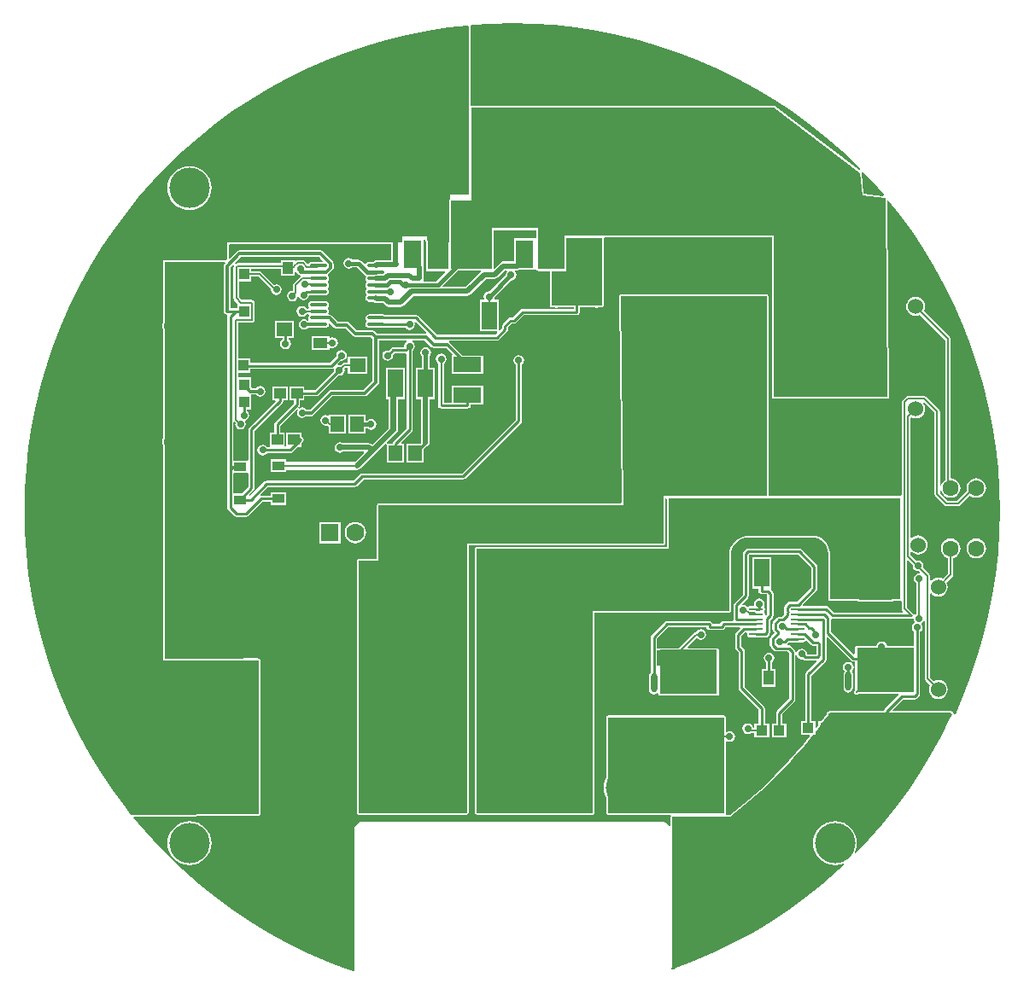
<source format=gtl>
G04 Layer_Physical_Order=1*
G04 Layer_Color=25308*
%FSAX24Y24*%
%MOIN*%
G70*
G01*
G75*
%ADD10O,0.0551X0.0098*%
%ADD11O,0.0236X0.0748*%
%ADD12R,0.0591X0.1102*%
%ADD13R,0.1260X0.0591*%
%ADD14R,0.1260X0.0591*%
%ADD15R,0.0440X0.0400*%
%ADD16R,0.0413X0.0571*%
%ADD17R,0.1043X0.0512*%
%ADD18R,0.0413X0.0453*%
%ADD19R,0.0610X0.0532*%
%ADD20R,0.0571X0.0413*%
%ADD21R,0.0400X0.0440*%
%ADD22R,0.0532X0.0610*%
%ADD23R,0.1102X0.0591*%
%ADD24R,0.0453X0.0413*%
%ADD25R,0.0480X0.0358*%
%ADD26O,0.0669X0.0138*%
%ADD27R,0.1181X0.1654*%
%ADD28C,0.0071*%
%ADD29C,0.0100*%
%ADD30C,0.0197*%
%ADD31C,0.0157*%
%ADD32C,0.0118*%
%ADD33C,0.0189*%
%ADD34R,0.2234X0.1722*%
%ADD35R,0.0787X0.1181*%
%ADD36R,0.4528X0.3740*%
%ADD37O,0.0700X0.1100*%
%ADD38R,0.0700X0.1100*%
%ADD39C,0.0512*%
%ADD40R,0.0512X0.0512*%
%ADD41C,0.0591*%
%ADD42C,0.0630*%
%ADD43C,0.0600*%
%ADD44R,0.0700X0.0700*%
%ADD45C,0.0700*%
%ADD46C,0.0660*%
%ADD47C,0.2362*%
%ADD48C,0.1575*%
%ADD49C,0.1500*%
%ADD50C,0.0276*%
%ADD51C,0.0500*%
%ADD52C,0.0197*%
G36*
X038780Y052559D02*
X038860Y051675D01*
X039764Y051575D01*
X039844Y043801D01*
X035415D01*
Y050098D01*
X026199D01*
Y050396D01*
X024391D01*
Y048821D01*
X022817D01*
Y051479D01*
X023604D01*
Y055120D01*
X035415D01*
X038780Y052559D01*
D02*
G37*
G36*
X040301Y050960D02*
X040792Y050290D01*
X041253Y049599D01*
X041684Y048889D01*
X042084Y048161D01*
X042451Y047416D01*
X042786Y046656D01*
X043087Y045881D01*
X043354Y045095D01*
X043586Y044297D01*
X043783Y043491D01*
X043945Y042676D01*
X044072Y041855D01*
X044162Y041029D01*
X044217Y040201D01*
X044234Y039384D01*
X044233Y039370D01*
X044234Y039356D01*
X044217Y038540D01*
X044162Y037711D01*
X044072Y036885D01*
X043945Y036064D01*
X043783Y035250D01*
X043586Y034443D01*
X043354Y033645D01*
X043087Y032859D01*
X042786Y032085D01*
X042497Y031428D01*
X042486Y031426D01*
X042433Y031439D01*
X042414Y031485D01*
X042399Y031508D01*
X042377Y031522D01*
X042377D01*
X042333Y031540D01*
X042333Y031540D01*
X042333Y031540D01*
X042320Y031543D01*
X042307Y031546D01*
X042307Y031546D01*
X042307Y031546D01*
X040071Y031543D01*
X040052Y031590D01*
X040454Y031992D01*
X040913D01*
X040958Y032001D01*
X040997Y032027D01*
X041087Y032117D01*
X041113Y032156D01*
X041122Y032201D01*
Y034635D01*
X041150Y034654D01*
X041196Y034721D01*
X041212Y034801D01*
X041196Y034881D01*
X041170Y034919D01*
X041164Y034962D01*
X041184Y034982D01*
X041230Y035014D01*
X041256Y035051D01*
X041306Y035036D01*
Y032803D01*
X041306Y032803D01*
X041314Y032763D01*
X041336Y032729D01*
X041507Y032558D01*
X041473Y032478D01*
X041461Y032382D01*
X041473Y032286D01*
X041510Y032197D01*
X041569Y032120D01*
X041646Y032061D01*
X041735Y032024D01*
X041831Y032012D01*
X041926Y032024D01*
X042016Y032061D01*
X042092Y032120D01*
X042151Y032197D01*
X042188Y032286D01*
X042201Y032382D01*
X042188Y032478D01*
X042151Y032567D01*
X042092Y032644D01*
X042016Y032702D01*
X041926Y032739D01*
X041831Y032752D01*
X041735Y032739D01*
X041654Y032706D01*
X041514Y032846D01*
Y036114D01*
X041562Y036130D01*
X041569Y036120D01*
X041646Y036061D01*
X041735Y036024D01*
X041831Y036012D01*
X041926Y036024D01*
X042016Y036061D01*
X042092Y036120D01*
X042151Y036197D01*
X042188Y036286D01*
X042201Y036382D01*
X042188Y036478D01*
X042155Y036558D01*
X042389Y036792D01*
X042411Y036826D01*
X042419Y036866D01*
X042419Y036866D01*
Y037524D01*
X042508Y037560D01*
X042587Y037621D01*
X042649Y037701D01*
X042687Y037794D01*
X042700Y037894D01*
X042687Y037993D01*
X042649Y038086D01*
X042587Y038166D01*
X042508Y038227D01*
X042415Y038266D01*
X042315Y038279D01*
X042215Y038266D01*
X042122Y038227D01*
X042043Y038166D01*
X041981Y038086D01*
X041943Y037993D01*
X041930Y037894D01*
X041943Y037794D01*
X041981Y037701D01*
X042043Y037621D01*
X042122Y037560D01*
X042211Y037524D01*
Y036909D01*
X042007Y036706D01*
X041926Y036739D01*
X041831Y036752D01*
X041735Y036739D01*
X041646Y036702D01*
X041569Y036644D01*
X041562Y036634D01*
X041514Y036650D01*
Y036820D01*
X041514Y036820D01*
X041508Y036853D01*
X041506Y036860D01*
X041484Y036894D01*
X041484Y036894D01*
X041239Y037139D01*
X041252Y037205D01*
X041236Y037285D01*
X041191Y037352D01*
X041123Y037398D01*
X041043Y037413D01*
X040977Y037400D01*
X040744Y037633D01*
Y037738D01*
X040794Y037756D01*
X040858Y037707D01*
X040948Y037670D01*
X041043Y037657D01*
X041139Y037670D01*
X041228Y037707D01*
X041305Y037766D01*
X041364Y037843D01*
X041401Y037932D01*
X041413Y038028D01*
X041401Y038123D01*
X041364Y038213D01*
X041305Y038289D01*
X041228Y038348D01*
X041139Y038385D01*
X041043Y038398D01*
X040948Y038385D01*
X040858Y038348D01*
X040794Y038299D01*
X040744Y038317D01*
Y042977D01*
X040788Y043010D01*
X040849Y042985D01*
X040945Y042972D01*
X041041Y042985D01*
X041130Y043022D01*
X041207Y043081D01*
X041265Y043157D01*
X041302Y043247D01*
X041315Y043343D01*
X041302Y043438D01*
X041265Y043528D01*
X041245Y043554D01*
X041264Y043611D01*
X041270Y043613D01*
X041686Y043197D01*
Y040000D01*
X041686Y040000D01*
X041694Y039960D01*
X041716Y039926D01*
X042066Y039577D01*
X042066Y039577D01*
X042099Y039554D01*
X042106Y039553D01*
X042139Y039546D01*
X042139Y039546D01*
X042611D01*
X042611Y039546D01*
X042651Y039554D01*
X042685Y039577D01*
X043070Y039962D01*
X043122Y039922D01*
X043215Y039884D01*
X043315Y039871D01*
X043415Y039884D01*
X043508Y039922D01*
X043587Y039984D01*
X043649Y040063D01*
X043687Y040156D01*
X043700Y040256D01*
X043687Y040356D01*
X043649Y040448D01*
X043587Y040528D01*
X043508Y040589D01*
X043415Y040628D01*
X043315Y040641D01*
X043215Y040628D01*
X043122Y040589D01*
X043043Y040528D01*
X042981Y040448D01*
X042943Y040356D01*
X042930Y040256D01*
X042943Y040156D01*
X042951Y040138D01*
X042568Y039755D01*
X042183D01*
X041894Y040043D01*
Y040148D01*
X041943Y040156D01*
X041981Y040063D01*
X042043Y039984D01*
X042122Y039922D01*
X042215Y039884D01*
X042315Y039871D01*
X042415Y039884D01*
X042508Y039922D01*
X042587Y039984D01*
X042649Y040063D01*
X042687Y040156D01*
X042700Y040256D01*
X042687Y040356D01*
X042649Y040448D01*
X042587Y040528D01*
X042508Y040589D01*
X042415Y040628D01*
X042321Y040640D01*
Y046071D01*
X042321Y046071D01*
X042314Y046104D01*
X042313Y046111D01*
X042290Y046145D01*
X042290Y046145D01*
X041269Y047166D01*
X041302Y047247D01*
X041315Y047343D01*
X041302Y047438D01*
X041265Y047528D01*
X041207Y047604D01*
X041130Y047663D01*
X041041Y047700D01*
X040945Y047713D01*
X040849Y047700D01*
X040760Y047663D01*
X040683Y047604D01*
X040624Y047528D01*
X040587Y047438D01*
X040575Y047343D01*
X040587Y047247D01*
X040624Y047157D01*
X040683Y047081D01*
X040760Y047022D01*
X040849Y046985D01*
X040945Y046972D01*
X041041Y046985D01*
X041121Y047018D01*
X042112Y046028D01*
Y040582D01*
X042043Y040528D01*
X041981Y040448D01*
X041943Y040356D01*
X041894Y040364D01*
Y043240D01*
X041894Y043240D01*
X041888Y043273D01*
X041886Y043280D01*
X041864Y043314D01*
X041354Y043824D01*
X041320Y043846D01*
X041280Y043854D01*
X041280Y043854D01*
X040640D01*
X040640Y043854D01*
X040607Y043848D01*
X040600Y043846D01*
X040566Y043824D01*
X040426Y043684D01*
X040404Y043650D01*
X040396Y043610D01*
X040396Y043610D01*
Y039971D01*
X040354Y039930D01*
X035251D01*
X035206Y039961D01*
Y047736D01*
X035201Y047762D01*
X035186Y047784D01*
X035164Y047799D01*
X035138Y047804D01*
X029429D01*
X029429Y047804D01*
X029428Y047804D01*
X029416Y047802D01*
X029403Y047799D01*
X029403Y047799D01*
X029402Y047799D01*
X029392Y047792D01*
X029381Y047784D01*
X029381Y047784D01*
X029380Y047784D01*
X029373Y047773D01*
X029366Y047762D01*
X029366Y047762D01*
X029366Y047762D01*
X029363Y047749D01*
X029361Y047736D01*
X029361Y047736D01*
X029361Y047735D01*
X029458Y039671D01*
X029423Y039635D01*
X019980D01*
X019954Y039630D01*
X019932Y039615D01*
X019917Y039593D01*
X019912Y039567D01*
Y037470D01*
X019193D01*
X019167Y037465D01*
X019145Y037450D01*
X019130Y037428D01*
X019125Y037402D01*
Y027559D01*
X019130Y027533D01*
X019145Y027511D01*
X019167Y027496D01*
X019193Y027491D01*
X023425D01*
X023451Y027496D01*
X023473Y027511D01*
X023488Y027533D01*
X023493Y027559D01*
Y038022D01*
X031102D01*
X031128Y038028D01*
X031151Y038042D01*
X031165Y038064D01*
X031171Y038091D01*
Y039075D01*
Y039843D01*
X031181Y039848D01*
X031231Y039818D01*
Y037962D01*
X023819D01*
X023793Y037957D01*
X023771Y037942D01*
X023756Y037920D01*
X023751Y037894D01*
Y027559D01*
X023756Y027533D01*
X023771Y027511D01*
X023793Y027496D01*
X023819Y027491D01*
X028346D01*
X028373Y027496D01*
X028395Y027511D01*
X028410Y027533D01*
X028415Y027559D01*
Y035365D01*
X033661D01*
X033661Y035365D01*
X033662Y035365D01*
X033675Y035367D01*
X033688Y035370D01*
X033688Y035370D01*
X033688Y035370D01*
X033699Y035377D01*
X033710Y035385D01*
X033710Y035385D01*
X033710Y035385D01*
X033717Y035396D01*
X033724Y035407D01*
X033724Y035407D01*
X033725Y035407D01*
X033727Y035420D01*
X033730Y035433D01*
X033730Y035433D01*
X033730Y035433D01*
X033726Y037595D01*
X033740Y037739D01*
X033781Y037875D01*
X033848Y038000D01*
X033938Y038109D01*
X034047Y038199D01*
X034172Y038266D01*
X034308Y038307D01*
X034437Y038320D01*
X034449Y038318D01*
X034449Y038318D01*
X034449Y038318D01*
X036906Y038321D01*
X037031Y038309D01*
X037148Y038273D01*
X037256Y038215D01*
X037350Y038138D01*
X037428Y038043D01*
X037486Y037936D01*
X037521Y037819D01*
X037532Y037707D01*
X037530Y037697D01*
Y035925D01*
X037535Y035899D01*
X037550Y035877D01*
X037572Y035862D01*
X037598Y035857D01*
X038673D01*
Y035819D01*
X040067D01*
Y035857D01*
X040354D01*
X040396Y035817D01*
Y035534D01*
X040396Y035534D01*
X040404Y035494D01*
X040426Y035460D01*
X040450Y035437D01*
X040431Y035390D01*
X037752D01*
X037537Y035606D01*
X037498Y035632D01*
X037452Y035641D01*
X036547D01*
X036528Y035687D01*
X037073Y036232D01*
X037098Y036270D01*
X037107Y036316D01*
Y037195D01*
X037098Y037241D01*
X037073Y037279D01*
X036493Y037858D01*
X036455Y037884D01*
X036409Y037893D01*
X034403D01*
X034357Y037884D01*
X034319Y037858D01*
X034229Y037768D01*
X034203Y037730D01*
X034194Y037684D01*
Y036095D01*
X033861Y035762D01*
X033835Y035723D01*
X033826Y035678D01*
Y035128D01*
X033832Y035100D01*
X033801Y035050D01*
X033424D01*
X033378Y035041D01*
X033340Y035015D01*
X033314Y034977D01*
X033309Y034950D01*
X033304Y034943D01*
X033012D01*
X033005Y034977D01*
X032979Y035015D01*
X032940Y035041D01*
X032895Y035050D01*
X031236D01*
X031191Y035041D01*
X031152Y035015D01*
X030642Y034506D01*
X030616Y034467D01*
X030607Y034421D01*
Y033037D01*
X030593Y033027D01*
X030552Y032966D01*
X030538Y032894D01*
Y032382D01*
X030552Y032310D01*
X030593Y032248D01*
X030654Y032208D01*
X030726Y032193D01*
X030799Y032208D01*
X030846Y032239D01*
X030896Y032220D01*
Y032205D01*
X030902Y032179D01*
X030916Y032156D01*
X030938Y032142D01*
X030965Y032136D01*
X033199D01*
X033225Y032142D01*
X033247Y032156D01*
X033262Y032179D01*
X033267Y032205D01*
Y033927D01*
X033262Y033953D01*
X033247Y033975D01*
X033225Y033990D01*
X033199Y033995D01*
X032063D01*
X032044Y034042D01*
X032385Y034383D01*
X032411Y034380D01*
X032479Y034335D01*
X032559Y034319D01*
X032639Y034335D01*
X032707Y034380D01*
X032752Y034448D01*
X032768Y034528D01*
X032752Y034607D01*
X032707Y034675D01*
X032639Y034720D01*
X032559Y034736D01*
X032479Y034720D01*
X032411Y034675D01*
X032383Y034632D01*
X032382D01*
X032342Y034624D01*
X032308Y034601D01*
X032308Y034601D01*
X031702Y033995D01*
X030965D01*
X030938Y033990D01*
X030916Y033975D01*
X030909Y033965D01*
X030846D01*
Y034372D01*
X031286Y034812D01*
X032778D01*
X032785Y034778D01*
X032811Y034740D01*
X032849Y034714D01*
X032895Y034705D01*
X033404D01*
X033450Y034714D01*
X033489Y034740D01*
X033514Y034778D01*
X033517Y034791D01*
X033521Y034812D01*
X034073D01*
X034092Y034766D01*
X033932Y034606D01*
X033906Y034567D01*
X033897Y034521D01*
Y034029D01*
X033906Y033983D01*
X033932Y033944D01*
X034035Y033842D01*
Y032433D01*
X034044Y032387D01*
X034069Y032348D01*
X034819Y031599D01*
Y031054D01*
X034651D01*
Y030892D01*
X034594D01*
X034586Y030931D01*
X034540Y030999D01*
X034473Y031044D01*
X034393Y031060D01*
X034313Y031044D01*
X034245Y030999D01*
X034200Y030931D01*
X034184Y030851D01*
X034200Y030771D01*
X034245Y030704D01*
X034313Y030658D01*
X034393Y030643D01*
X034473Y030658D01*
X034510Y030683D01*
X034651D01*
Y030520D01*
X035225D01*
Y031054D01*
X035057D01*
Y031648D01*
X035048Y031694D01*
X035023Y031732D01*
X034273Y032482D01*
Y033891D01*
X034264Y033937D01*
X034238Y033976D01*
X034136Y034078D01*
Y034472D01*
X034279Y034615D01*
X034345D01*
X034375Y034565D01*
X034370Y034537D01*
X034379Y034492D01*
X034404Y034454D01*
X034443Y034428D01*
X034488Y034419D01*
X034711D01*
X034715Y034418D01*
X035081D01*
X035127Y034427D01*
X035166Y034453D01*
X035224Y034512D01*
X035250Y034550D01*
X035259Y034596D01*
Y035086D01*
X035359Y035186D01*
X035385Y035225D01*
X035394Y035270D01*
Y036121D01*
X035385Y036167D01*
X035359Y036206D01*
X035294Y036271D01*
X035293Y036321D01*
X035293Y036321D01*
X035293Y036321D01*
Y037557D01*
X034569D01*
Y036321D01*
X034812D01*
Y036233D01*
X034821Y036187D01*
X034847Y036149D01*
X034859Y036136D01*
X034898Y036111D01*
X034943Y036101D01*
X035126D01*
X035156Y036072D01*
Y035320D01*
X035114Y035278D01*
X035101Y035279D01*
X035059Y035325D01*
X035050Y035370D01*
X035039Y035387D01*
X035029Y035423D01*
X035039Y035459D01*
X035050Y035476D01*
X035059Y035522D01*
X035050Y035567D01*
X035025Y035605D01*
X035021Y035626D01*
X035035Y035648D01*
X035051Y035728D01*
X035035Y035808D01*
X034990Y035876D01*
X034922Y035921D01*
X034843Y035937D01*
X034763Y035921D01*
X034695Y035876D01*
X034650Y035808D01*
X034634Y035728D01*
X034641Y035690D01*
X034600Y035640D01*
X034488D01*
X034443Y035631D01*
X034404Y035605D01*
X034404D01*
X034356Y035623D01*
X034292Y035665D01*
X034213Y035681D01*
X034182Y035675D01*
X034157Y035721D01*
X034397Y035961D01*
X034423Y036000D01*
X034432Y036045D01*
Y037635D01*
X034452Y037655D01*
X036360D01*
X036869Y037146D01*
Y036365D01*
X036311Y035808D01*
X036260D01*
X036256Y035807D01*
X036034D01*
X035988Y035798D01*
X035949Y035772D01*
X035852Y035675D01*
X035826Y035636D01*
X035817Y035590D01*
Y035453D01*
X035817Y035453D01*
X035817Y035453D01*
X035822Y035430D01*
X035823Y035423D01*
X035817Y035394D01*
Y035314D01*
X035720Y035216D01*
X035623D01*
X035577Y035207D01*
X035539Y035182D01*
X035389Y035032D01*
X035363Y034994D01*
X035354Y034948D01*
Y034737D01*
X035363Y034691D01*
X035389Y034653D01*
X035446Y034596D01*
X035291Y034442D01*
X035265Y034403D01*
X035256Y034357D01*
Y034113D01*
X035265Y034067D01*
X035291Y034029D01*
X035410Y033910D01*
X035448Y033884D01*
X035494Y033875D01*
X035954D01*
X036016Y033813D01*
Y032033D01*
X035529Y031546D01*
X035503Y031507D01*
X035494Y031461D01*
Y031054D01*
X035326D01*
Y030520D01*
X035900D01*
Y031054D01*
X035732D01*
Y031412D01*
X036220Y031899D01*
X036245Y031938D01*
X036255Y031984D01*
Y033697D01*
X036305Y033702D01*
X036307Y033689D01*
X036352Y033621D01*
X036420Y033576D01*
X036500Y033560D01*
X036534Y033566D01*
X036548Y033552D01*
X036567Y033539D01*
X036586Y033526D01*
X036632Y033517D01*
X037061D01*
X037082Y033467D01*
X036665Y033050D01*
X036639Y033012D01*
X036630Y032966D01*
Y031133D01*
X036462D01*
Y030599D01*
X036793D01*
X036815Y030554D01*
X036557Y030233D01*
X036017Y029617D01*
X035450Y029025D01*
X034858Y028458D01*
X034242Y027918D01*
X033704Y027486D01*
X033704Y027486D01*
X033702Y027485D01*
X033698Y027485D01*
X033697Y027485D01*
X033693Y027486D01*
X033690Y027488D01*
X033688Y027489D01*
X033687Y027489D01*
X033687Y027489D01*
X033676Y027492D01*
X033671Y027493D01*
X033669Y027493D01*
X033661Y027495D01*
X033661Y027495D01*
X033661Y027495D01*
X033562Y027494D01*
X033550Y027508D01*
X033530Y027544D01*
X033533Y027559D01*
Y030335D01*
X033583Y030362D01*
X033603Y030348D01*
X033683Y030333D01*
X033763Y030348D01*
X033830Y030394D01*
X033876Y030461D01*
X033892Y030541D01*
X033876Y030621D01*
X033830Y030689D01*
X033763Y030734D01*
X033683Y030750D01*
X033603Y030734D01*
X033583Y030721D01*
X033533Y030747D01*
Y031299D01*
X033528Y031325D01*
X033513Y031347D01*
X033491Y031362D01*
X033465Y031367D01*
X028937D01*
X028911Y031362D01*
X028889Y031347D01*
X028874Y031325D01*
X028869Y031299D01*
Y028939D01*
X028833Y028872D01*
X028784Y028711D01*
X028768Y028543D01*
X028784Y028376D01*
X028833Y028215D01*
X028869Y028148D01*
Y027559D01*
X028874Y027533D01*
X028889Y027511D01*
X028911Y027496D01*
X028937Y027491D01*
X031375D01*
X031376Y027490D01*
X031376Y027490D01*
X031392Y027459D01*
X031395Y027441D01*
X031391Y027435D01*
X031370Y027392D01*
X031370Y027390D01*
X031369Y027388D01*
X031367Y027377D01*
X031364Y027366D01*
X031364Y027364D01*
X031364Y027362D01*
X031364Y027058D01*
X031314Y027048D01*
X031308Y027062D01*
X031259Y027126D01*
X031196Y027174D01*
X031122Y027205D01*
X031043Y027215D01*
X019351D01*
X019271Y027205D01*
X019198Y027174D01*
X019134Y027126D01*
X019086Y027062D01*
X019055Y026988D01*
X019045Y026909D01*
Y021401D01*
X019004Y021372D01*
X018686Y021480D01*
X017911Y021781D01*
X017151Y022116D01*
X016406Y022483D01*
X015678Y022883D01*
X014968Y023314D01*
X014277Y023775D01*
X013607Y024266D01*
X012960Y024786D01*
X012335Y025334D01*
X011735Y025908D01*
X011161Y026508D01*
X010613Y027133D01*
X010413Y027382D01*
X010426Y027410D01*
X010441Y027427D01*
X015249Y027432D01*
X015254Y027433D01*
X015256Y027433D01*
X015257Y027433D01*
X015263Y027433D01*
X015266Y027434D01*
X015268Y027434D01*
X015268Y027434D01*
X015269Y027434D01*
X015273Y027435D01*
X015278Y027437D01*
X015278Y027437D01*
X015278D01*
X015278Y027437D01*
X015278Y027437D01*
X015279Y027437D01*
X015280Y027437D01*
X015280Y027437D01*
X015281Y027437D01*
X015281Y027437D01*
X015286Y027438D01*
X015291Y027440D01*
X015291Y027440D01*
X015321Y027451D01*
X015322Y027452D01*
X015323Y027452D01*
X015323Y027452D01*
X015327Y027454D01*
X015327Y027454D01*
X015328Y027455D01*
X015330Y027456D01*
X015335Y027458D01*
X015338Y027460D01*
X015339Y027460D01*
X015339Y027460D01*
X015339Y027460D01*
X015339Y027460D01*
X015341Y027463D01*
X015342Y027464D01*
X015343Y027465D01*
X015343Y027465D01*
X015348Y027467D01*
X015348Y027468D01*
X015348Y027468D01*
X015348Y027468D01*
X015349Y027469D01*
X015350Y027469D01*
X015350Y027469D01*
X015350Y027470D01*
X015350Y027470D01*
X015353Y027474D01*
X015353Y027474D01*
X015354Y027475D01*
X015357Y027479D01*
X015360Y027482D01*
X015362Y027487D01*
X015364Y027489D01*
X015364Y027490D01*
X015364Y027491D01*
X015367Y027495D01*
X015367Y027495D01*
X015367Y027495D01*
X015368Y027496D01*
X015370Y027501D01*
X015370Y027501D01*
X015370Y027501D01*
X015378Y027521D01*
X015378Y027521D01*
X015380Y027527D01*
X015382Y027533D01*
X015382Y027533D01*
X015382Y027533D01*
X015382Y027533D01*
X015382Y027534D01*
X015384Y027540D01*
X015386Y027546D01*
X015386Y027546D01*
X015386Y027546D01*
Y027546D01*
X015386Y027546D01*
X015387Y027552D01*
X015387Y027559D01*
X015387Y027560D01*
X015387Y027560D01*
X015387Y027560D01*
Y027560D01*
Y027560D01*
X015387Y027560D01*
X015388Y027566D01*
X015386Y030602D01*
X015383Y033453D01*
X015383Y033453D01*
X015383Y033458D01*
X015382Y033463D01*
Y033463D01*
X015382Y033464D01*
X015382Y033466D01*
X015382Y033471D01*
X015381Y033476D01*
X015381Y033476D01*
X015381Y033477D01*
X015381Y033478D01*
X015381Y033478D01*
X015381Y033479D01*
X015380Y033481D01*
X015378Y033486D01*
X015378Y033488D01*
X015378Y033489D01*
X015378Y033489D01*
X015377Y033494D01*
X015375Y033499D01*
X015375Y033499D01*
X015364Y033529D01*
X015363Y033530D01*
X015363Y033532D01*
X015363Y033532D01*
X015361Y033535D01*
X015361Y033535D01*
X015361Y033535D01*
X015361Y033535D01*
X015361Y033535D01*
X015360Y033536D01*
X015359Y033538D01*
X015357Y033544D01*
X015354Y033547D01*
X015354Y033547D01*
X015354Y033547D01*
X015354Y033547D01*
X015354Y033547D01*
X015352Y033550D01*
X015351Y033551D01*
X015350Y033552D01*
X015350Y033552D01*
X015348Y033556D01*
X015347Y033557D01*
X015347Y033557D01*
X015347Y033557D01*
X015346Y033557D01*
X015346Y033558D01*
X015346Y033558D01*
X015345Y033559D01*
X015345Y033559D01*
X015341Y033562D01*
X015341Y033562D01*
X015339Y033563D01*
X015336Y033566D01*
X015333Y033568D01*
X015328Y033571D01*
X015326Y033573D01*
X015325Y033573D01*
X015324Y033573D01*
X015320Y033576D01*
X015320Y033576D01*
X015320Y033576D01*
X015319Y033576D01*
X015312Y033579D01*
X015312D01*
X015312Y033579D01*
X015294Y033587D01*
X015294Y033587D01*
X015294Y033587D01*
X015293Y033587D01*
X015289Y033589D01*
X015282Y033590D01*
X015282Y033590D01*
X015282Y033590D01*
X015282D01*
X015282Y033590D01*
X015282Y033590D01*
X015282Y033590D01*
X015281Y033591D01*
X015281Y033591D01*
X015281Y033591D01*
X015281Y033591D01*
X015281Y033591D01*
X015275Y033593D01*
X015269Y033594D01*
X015269Y033594D01*
X015269D01*
X015263Y033596D01*
X015256D01*
X015255Y033596D01*
X015255D01*
X015255Y033596D01*
X015249Y033597D01*
X015248Y033597D01*
X014175Y033595D01*
X014175D01*
X011693Y033592D01*
X011693Y033592D01*
X011679Y033592D01*
X011643Y033627D01*
Y033642D01*
Y041894D01*
Y041894D01*
X011643Y041894D01*
X011643Y041901D01*
X011642Y041908D01*
Y041908D01*
X011642Y041908D01*
X011642Y041914D01*
X011641Y041921D01*
Y041921D01*
X011639Y041927D01*
X011637Y041934D01*
X011637Y041934D01*
X011637Y041934D01*
X011635Y041940D01*
X011621Y041975D01*
X011621Y041975D01*
Y041975D01*
X011619Y041991D01*
X011619Y041991D01*
X011619Y041991D01*
X011619Y041993D01*
X011619Y041993D01*
X011610Y042061D01*
X011616Y042110D01*
Y042110D01*
X011619Y042130D01*
Y042130D01*
X011621Y042146D01*
Y042146D01*
X011621Y042146D01*
X011635Y042181D01*
X011637Y042188D01*
X011639Y042194D01*
X011641Y042205D01*
Y042205D01*
X011641Y042205D01*
X011642Y042207D01*
X011642Y042213D01*
X011643Y042220D01*
Y046422D01*
Y046429D01*
X011642Y046435D01*
Y046442D01*
X011641Y046448D01*
X011641Y046448D01*
X011639Y046455D01*
X011637Y046461D01*
X011635Y046468D01*
X011621Y046502D01*
X011621Y046502D01*
Y046502D01*
X011619Y046519D01*
X011619Y046519D01*
X011619Y046519D01*
X011619Y046520D01*
X011619Y046520D01*
X011610Y046588D01*
X011616Y046638D01*
Y046638D01*
X011619Y046657D01*
Y046657D01*
X011621Y046674D01*
Y046674D01*
X011621Y046674D01*
X011635Y046708D01*
X011637Y046715D01*
X011639Y046721D01*
X011641Y046732D01*
Y046732D01*
X011641Y046732D01*
X011642Y046734D01*
X011642Y046741D01*
X011643Y046748D01*
Y049085D01*
X013979D01*
X014000Y049035D01*
X013975Y049010D01*
X013975Y049010D01*
X013975Y049010D01*
X013964Y048993D01*
X013947Y048968D01*
Y048968D01*
X013947Y048968D01*
X013943Y048948D01*
X013937Y048919D01*
Y048919D01*
Y048919D01*
Y047162D01*
X013947Y047113D01*
X013975Y047071D01*
X014017Y047043D01*
X014049Y047037D01*
X014074Y047007D01*
X014080Y046985D01*
X014073Y046951D01*
Y039491D01*
X014082Y039445D01*
X014108Y039407D01*
X014138Y039386D01*
X014367Y039158D01*
X014405Y039132D01*
X014451Y039123D01*
X014803D01*
X014849Y039132D01*
X014888Y039158D01*
X015445Y039715D01*
X015770D01*
Y039588D01*
X016385D01*
Y040081D01*
X015770D01*
Y039954D01*
X015396D01*
X015387Y039952D01*
X015362Y039998D01*
X015656Y040292D01*
X019052D01*
X019070Y040296D01*
X019097Y040301D01*
X019097Y040301D01*
X019097D01*
X019113Y040312D01*
X019136Y040327D01*
X019397Y040587D01*
X023284D01*
X023284D01*
X023330Y040596D01*
X023368Y040622D01*
X025534Y042788D01*
X025560Y042826D01*
X025569Y042872D01*
Y045068D01*
X025597Y045086D01*
X025642Y045154D01*
X025658Y045234D01*
X025642Y045314D01*
X025597Y045382D01*
X025529Y045427D01*
X025450Y045443D01*
X025370Y045427D01*
X025302Y045382D01*
X025257Y045314D01*
X025241Y045234D01*
X025257Y045154D01*
X025302Y045086D01*
X025330Y045068D01*
Y042921D01*
X023235Y040826D01*
X019347D01*
X019327Y040822D01*
X019302Y040817D01*
X019302Y040817D01*
X019302Y040817D01*
X019279Y040802D01*
X019263Y040791D01*
X019002Y040530D01*
X015607D01*
X015607D01*
X015607D01*
X015561Y040521D01*
X015536Y040504D01*
X015523Y040496D01*
Y040496D01*
X015523D01*
X014965Y039938D01*
X014948Y039941D01*
X014931Y039996D01*
X015107Y040171D01*
X015132Y040209D01*
X015141Y040255D01*
Y042481D01*
X016227Y043567D01*
X016253Y043605D01*
X016262Y043651D01*
Y043681D01*
X016436D01*
Y044228D01*
X015849D01*
Y043681D01*
X015938D01*
X015957Y043635D01*
X014938Y042615D01*
X014912Y042576D01*
X014903Y042531D01*
Y041364D01*
X014869Y041329D01*
X014311D01*
Y042810D01*
X014361Y042831D01*
X014398Y042794D01*
X014388Y042743D01*
X014404Y042663D01*
X014449Y042596D01*
X014517Y042551D01*
X014596Y042535D01*
X014676Y042551D01*
X014744Y042596D01*
X014789Y042663D01*
X014805Y042743D01*
X014789Y042823D01*
X014771Y042850D01*
X014791Y042896D01*
X014807Y042899D01*
X014875Y042945D01*
X014920Y043012D01*
X014936Y043092D01*
X014920Y043172D01*
X014875Y043240D01*
X014846Y043259D01*
Y043326D01*
X014994D01*
Y043855D01*
X014994Y043900D01*
X015044Y043901D01*
X015201D01*
X015213Y043882D01*
X015281Y043836D01*
X015361Y043821D01*
X015441Y043836D01*
X015509Y043882D01*
X015554Y043949D01*
X015570Y044029D01*
X015554Y044109D01*
X015509Y044177D01*
X015441Y044222D01*
X015361Y044238D01*
X015281Y044222D01*
X015213Y044177D01*
X015201Y044158D01*
X015039D01*
X014994Y044203D01*
Y044575D01*
X014521D01*
Y044744D01*
X014990D01*
Y044907D01*
X018138D01*
X018172Y044914D01*
X018183Y044916D01*
X018183Y044916D01*
X018208Y044933D01*
X018219Y044930D01*
X018251Y044908D01*
X018253Y044905D01*
X018243Y044852D01*
X018249Y044819D01*
X017505Y044074D01*
X017085D01*
Y044228D01*
X016499D01*
Y043681D01*
X016673D01*
Y043554D01*
X015944Y042825D01*
X015918Y042786D01*
X015909Y042741D01*
Y042409D01*
X015735D01*
Y041899D01*
X015735Y041862D01*
X015690Y041849D01*
X015690Y041849D01*
X015626D01*
X015607Y041878D01*
X015539Y041923D01*
X015459Y041939D01*
X015380Y041923D01*
X015312Y041878D01*
X015267Y041810D01*
X015251Y041730D01*
X015267Y041650D01*
X015312Y041583D01*
X015380Y041537D01*
X015459Y041521D01*
X015539Y041537D01*
X015607Y041583D01*
X015626Y041611D01*
X016537D01*
X016582Y041620D01*
X016621Y041646D01*
X016837Y041862D01*
X016971D01*
Y041996D01*
X017027Y042051D01*
X017052Y042090D01*
X017061Y042136D01*
X017052Y042181D01*
X017027Y042220D01*
X016988Y042246D01*
X016978Y042248D01*
X016971Y042254D01*
Y042409D01*
X016385D01*
Y041903D01*
X016352Y041884D01*
X016335Y041893D01*
X016322Y041903D01*
Y042409D01*
X016148D01*
Y042691D01*
X016796Y043340D01*
X016835Y043308D01*
X016810Y043271D01*
X016794Y043191D01*
X016810Y043111D01*
X016855Y043043D01*
X016923Y042998D01*
X017003Y042982D01*
X017083Y042998D01*
X017150Y043043D01*
X017163Y043062D01*
X017361D01*
X017410Y043072D01*
X017452Y043100D01*
X018186Y043834D01*
X019452D01*
X019501Y043844D01*
X019542Y043872D01*
X019971Y044301D01*
X019999Y044342D01*
X020001Y044351D01*
X020009Y044392D01*
Y046011D01*
X021071D01*
X021086Y045961D01*
X021044Y045933D01*
X020999Y045865D01*
X020983Y045785D01*
X020939Y045751D01*
X020546D01*
X020500Y045742D01*
X020462Y045716D01*
X020371Y045625D01*
X020337Y045632D01*
X020257Y045616D01*
X020190Y045571D01*
X020144Y045503D01*
X020129Y045423D01*
X020144Y045343D01*
X020190Y045275D01*
X020257Y045230D01*
X020337Y045214D01*
X020417Y045230D01*
X020485Y045275D01*
X020530Y045343D01*
X020546Y045423D01*
X020539Y045457D01*
X020595Y045512D01*
X021038D01*
X021072Y045469D01*
Y042583D01*
X020550Y042061D01*
X020537Y042041D01*
X020524Y042022D01*
X020518Y041991D01*
X020517Y041984D01*
X020341Y041984D01*
X020340D01*
X020340D01*
X020331Y041984D01*
X020329D01*
X020329Y041985D01*
X020328Y041987D01*
X020327Y041989D01*
X020322Y042001D01*
X020321Y042003D01*
Y042003D01*
X020308Y042034D01*
X020710Y042436D01*
X020733Y042470D01*
X020741Y042510D01*
Y043714D01*
X020999D01*
Y044951D01*
X020274D01*
Y043714D01*
X020364D01*
Y042564D01*
X019774Y041975D01*
X019732Y041950D01*
X019702Y041970D01*
X019679Y041985D01*
X019679Y041985D01*
X019679Y041985D01*
X019646Y041992D01*
X019616Y041998D01*
X019616Y041998D01*
X019616Y041998D01*
X018599D01*
X018556Y042026D01*
X018476Y042042D01*
X018397Y042026D01*
X018329Y041981D01*
X018284Y041913D01*
X018268Y041833D01*
X018284Y041753D01*
X018329Y041686D01*
X018397Y041641D01*
X018476Y041625D01*
X018556Y041641D01*
X018599Y041669D01*
X019403D01*
X019422Y041623D01*
X019086Y041286D01*
X016385D01*
Y041368D01*
X015770D01*
Y040876D01*
X016385D01*
Y040957D01*
X019154D01*
X019217Y040970D01*
X019271Y041006D01*
X019295Y041030D01*
X019322Y041048D01*
X020252Y041978D01*
X020283Y041965D01*
X020283Y041965D01*
X020285Y041964D01*
X020297Y041959D01*
X020299Y041958D01*
X020301Y041957D01*
X020302Y041957D01*
Y041955D01*
X020302Y041946D01*
X020302Y041946D01*
X020302Y041945D01*
Y041240D01*
X020967D01*
Y041984D01*
X020876D01*
X020857Y042030D01*
X021276Y042449D01*
X021302Y042488D01*
X021311Y042533D01*
Y042533D01*
Y042533D01*
Y045619D01*
X021339Y045638D01*
X021385Y045705D01*
X021400Y045785D01*
X021385Y045865D01*
X021339Y045933D01*
X021297Y045961D01*
X021312Y046011D01*
X021780D01*
X022034Y045757D01*
X022076Y045730D01*
X022125Y045720D01*
X022611D01*
X022858Y045473D01*
X022838Y045427D01*
X022829D01*
Y044703D01*
X024066D01*
Y045427D01*
X023267D01*
X022755Y045939D01*
X022736Y045952D01*
X022751Y046002D01*
X024598D01*
X024616Y046005D01*
X024644Y046011D01*
X024644Y046011D01*
X024644D01*
X024655Y046018D01*
X024682Y046037D01*
X024996Y046350D01*
X024996Y046350D01*
X024996Y046350D01*
X025009Y046369D01*
X025022Y046388D01*
Y046388D01*
X025022Y046388D01*
X025025Y046404D01*
X025031Y046434D01*
Y046434D01*
Y046434D01*
Y046514D01*
X025189Y046672D01*
X025268D01*
X025314Y046681D01*
X025352Y046707D01*
X025647Y047002D01*
X027713D01*
X027759Y047011D01*
X027798Y047037D01*
X027823Y047075D01*
X027833Y047121D01*
Y047321D01*
X028396D01*
X028421Y047305D01*
X028501Y047289D01*
X028581Y047305D01*
X028605Y047321D01*
X028698D01*
X028724Y047327D01*
X028746Y047341D01*
X028761Y047363D01*
X028766Y047390D01*
Y049998D01*
X028810Y050030D01*
X035347D01*
Y043801D01*
X035352Y043775D01*
X035367Y043753D01*
X035389Y043738D01*
X035415Y043733D01*
X039844D01*
X039844Y043733D01*
X039845Y043733D01*
X039857Y043736D01*
X039870Y043738D01*
X039871Y043739D01*
X039871Y043739D01*
X039882Y043746D01*
X039892Y043753D01*
X039893Y043753D01*
X039893Y043754D01*
X039900Y043764D01*
X039907Y043775D01*
X039907Y043776D01*
X039907Y043776D01*
X039910Y043789D01*
X039912Y043801D01*
X039912Y043802D01*
X039912Y043802D01*
X039833Y051467D01*
X039880Y051483D01*
X040301Y050960D01*
D02*
G37*
G36*
X035138Y039961D02*
X031102D01*
Y039075D01*
Y038091D01*
X023425D01*
Y027559D01*
X019193D01*
Y037402D01*
X019980D01*
Y039567D01*
X029528D01*
X029429Y047736D01*
X035138D01*
Y039961D01*
D02*
G37*
G36*
X014343Y048945D02*
X014330Y048924D01*
X014322Y048884D01*
Y047663D01*
X014322Y047663D01*
X014330Y047623D01*
X014353Y047590D01*
X014451Y047491D01*
X014472Y047449D01*
X014472D01*
X014472Y047449D01*
Y047281D01*
X014194D01*
Y048866D01*
X014305Y048976D01*
X014343Y048945D01*
D02*
G37*
G36*
X042307Y031476D02*
X042307D01*
X042307Y031476D01*
X042313Y031475D01*
X042345Y031462D01*
X042350Y031458D01*
X042353Y031453D01*
X042369Y031414D01*
X042360Y031392D01*
X042343Y031364D01*
X042340Y031363D01*
X042340D01*
X042341Y031360D01*
X042314Y031298D01*
X041948Y030556D01*
X041551Y029831D01*
X041122Y029124D01*
X040662Y028437D01*
X040173Y027770D01*
X039656Y027125D01*
X039110Y026504D01*
X038606Y025977D01*
X038565Y026006D01*
X038588Y026049D01*
X038637Y026210D01*
X038654Y026378D01*
X038637Y026545D01*
X038588Y026706D01*
X038509Y026855D01*
X038402Y026985D01*
X038272Y027092D01*
X038124Y027171D01*
X037963Y027220D01*
X037795Y027236D01*
X037628Y027220D01*
X037467Y027171D01*
X037318Y027092D01*
X037188Y026985D01*
X037081Y026855D01*
X037002Y026706D01*
X036953Y026545D01*
X036937Y026378D01*
X036953Y026210D01*
X037002Y026049D01*
X037081Y025901D01*
X037188Y025771D01*
X037318Y025664D01*
X037467Y025585D01*
X037628Y025536D01*
X037795Y025519D01*
X037963Y025536D01*
X038124Y025585D01*
X038139Y025593D01*
X038169Y025552D01*
X037941Y025334D01*
X037320Y024789D01*
X036675Y024272D01*
X036008Y023783D01*
X035320Y023323D01*
X034613Y022894D01*
X033889Y022497D01*
X033147Y022131D01*
X032390Y021798D01*
X031619Y021498D01*
X031501Y021458D01*
X031454Y021444D01*
X031454Y021444D01*
X031454Y021443D01*
X031454Y021444D01*
X031454D01*
X031448Y021444D01*
X031429Y021447D01*
X031419Y021451D01*
X031396Y021506D01*
X031399Y021515D01*
X031401Y021516D01*
X031436Y021541D01*
X031439Y021543D01*
Y021543D01*
D01*
Y021543D01*
X031439Y021543D01*
D01*
D01*
X031439Y021543D01*
X031438Y021581D01*
X031437Y021591D01*
X031432Y027058D01*
Y027058D01*
X031432Y027357D01*
X031433Y027360D01*
X031433Y027362D01*
X031434Y027364D01*
X031434Y027367D01*
X031450Y027399D01*
X031450Y027400D01*
X031451Y027402D01*
X031453Y027403D01*
X031453Y027405D01*
X031496Y027421D01*
X031496D01*
Y027421D01*
X033562Y027426D01*
X033562D01*
X033655Y027426D01*
X033656Y027426D01*
X033660Y027426D01*
X033663Y027425D01*
X033663Y027425D01*
X033704Y027403D01*
X033706Y027401D01*
X033743Y027430D01*
X033745Y027432D01*
X033745Y027432D01*
X033745Y027432D01*
X033745Y027432D01*
X033745Y027432D01*
X033746Y027433D01*
X033746Y027433D01*
X033747Y027433D01*
X033747D01*
X033747Y027433D01*
X033921Y027573D01*
X034286Y027866D01*
X034287Y027867D01*
X034287D01*
X034903Y028407D01*
X034903Y028407D01*
X034904Y028408D01*
X034905Y028409D01*
X034905Y028409D01*
X035497Y028976D01*
X035497Y028976D01*
X035498Y028977D01*
X035499Y028978D01*
X035499Y028978D01*
X036066Y029570D01*
X036066Y029570D01*
X036067Y029571D01*
X036181Y029701D01*
X036608Y030188D01*
X036608Y030188D01*
X036609Y030189D01*
X036610Y030191D01*
X036610Y030191D01*
X036734Y030344D01*
X036938Y030599D01*
X037036D01*
Y030721D01*
X037124Y030831D01*
X037316Y031093D01*
X037316Y031093D01*
X037484Y031321D01*
X037512Y031360D01*
Y031360D01*
X037512Y031360D01*
X037513Y031361D01*
X037529Y031382D01*
X037529Y031383D01*
Y031383D01*
X037530Y031384D01*
X037530Y031384D01*
X037541Y031399D01*
X037542Y031401D01*
X037542Y031401D01*
X037542Y031401D01*
X037540Y031402D01*
X037540Y031402D01*
X037549Y031448D01*
X037550Y031450D01*
X037553Y031453D01*
X037553Y031454D01*
X037554Y031454D01*
X037558Y031457D01*
X037592Y031470D01*
X037598Y031471D01*
X037599Y031471D01*
X037600Y031471D01*
X037605Y031473D01*
X039700Y031475D01*
X039700D01*
X042300Y031477D01*
X042307Y031476D01*
D02*
G37*
G36*
X038431Y033498D02*
X038469Y033473D01*
X038515Y033463D01*
X038574D01*
Y032363D01*
X038568Y032357D01*
X038545Y032323D01*
X038537Y032283D01*
X038545Y032244D01*
X038568Y032210D01*
X038602Y032187D01*
X038642Y032179D01*
X038682Y032187D01*
X038716Y032210D01*
X038721Y032215D01*
X040270D01*
X040290Y032165D01*
X039731Y031606D01*
X039705Y031567D01*
X039700Y031543D01*
X037598Y031541D01*
X037586Y031538D01*
X037574Y031536D01*
X037528Y031518D01*
X037527Y031518D01*
X037526Y031518D01*
X037516Y031511D01*
X037505Y031504D01*
X037505Y031504D01*
X037504Y031503D01*
X037497Y031493D01*
X037490Y031482D01*
X037490Y031482D01*
X037489Y031481D01*
X037485Y031471D01*
X037484Y031464D01*
X037481Y031457D01*
X037475Y031425D01*
X037457Y031401D01*
X037457Y031401D01*
X037261Y031133D01*
X037137D01*
Y030964D01*
X037086Y030895D01*
X037036Y030911D01*
Y031133D01*
X036869D01*
Y032917D01*
X037429Y033477D01*
X037455Y033516D01*
X037464Y033561D01*
Y034400D01*
X037510Y034419D01*
X038431Y033498D01*
D02*
G37*
G36*
X040354Y035925D02*
X037598D01*
Y037697D01*
X037602D01*
X037588Y037832D01*
X037549Y037962D01*
X037485Y038081D01*
X037399Y038186D01*
X037294Y038272D01*
X037174Y038336D01*
X037045Y038376D01*
X036909Y038389D01*
X034449Y038386D01*
Y038390D01*
X034294Y038374D01*
X034146Y038329D01*
X034009Y038256D01*
X033889Y038158D01*
X033791Y038038D01*
X033718Y037901D01*
X033673Y037753D01*
X033658Y037598D01*
X033661Y035433D01*
X028346D01*
Y027559D01*
X023819D01*
Y037894D01*
X031299D01*
Y039862D01*
X040354D01*
Y035925D01*
D02*
G37*
G36*
X040842Y037241D02*
X040835Y037205D01*
X040850Y037125D01*
X040896Y037057D01*
X040963Y037012D01*
X041043Y036996D01*
X041079Y037003D01*
X041117Y036966D01*
X041092Y036919D01*
X041083Y036921D01*
X041003Y036905D01*
X040935Y036860D01*
X040890Y036792D01*
X040874Y036713D01*
X040890Y036633D01*
X040935Y036565D01*
X040978Y036536D01*
Y035338D01*
X040935Y035309D01*
X040928Y035298D01*
X040875Y035308D01*
X040873Y035317D01*
X040847Y035356D01*
X040808Y035381D01*
X040798Y035383D01*
X040604Y035577D01*
Y037413D01*
X040651Y037432D01*
X040842Y037241D01*
D02*
G37*
G36*
X040841Y035169D02*
X040877Y035148D01*
X040890Y035081D01*
X040915Y035044D01*
X040922Y035000D01*
X040902Y034980D01*
X040855Y034949D01*
X040810Y034881D01*
X040794Y034801D01*
X040810Y034721D01*
X040855Y034654D01*
X040884Y034635D01*
Y034080D01*
X040876Y034074D01*
X039827D01*
X039816Y034131D01*
X039770Y034199D01*
X039703Y034244D01*
X039623Y034260D01*
X039543Y034244D01*
X039475Y034199D01*
X039430Y034131D01*
X039419Y034074D01*
X038642D01*
X038616Y034069D01*
X038593Y034054D01*
X038579Y034032D01*
X038574Y034006D01*
Y033763D01*
X038523Y033743D01*
X037636Y034630D01*
Y035118D01*
X037637Y035121D01*
X037686Y035155D01*
X037703Y035152D01*
X040763D01*
X040808Y035161D01*
X040825Y035172D01*
X040841Y035169D01*
D02*
G37*
G36*
X036861Y034127D02*
X036899Y034101D01*
X036945Y034092D01*
X037058D01*
Y033771D01*
X037043Y033756D01*
X036719D01*
X036709Y033768D01*
X036693Y033848D01*
X036648Y033916D01*
X036580Y033961D01*
X036500Y033977D01*
X036420Y033961D01*
X036352Y033916D01*
X036307Y033848D01*
X036305Y033835D01*
X036255Y033840D01*
Y033862D01*
X036245Y033908D01*
X036220Y033946D01*
X036087Y034078D01*
X036049Y034104D01*
X036003Y034113D01*
X035947D01*
X035931Y034163D01*
X035938Y034168D01*
X035992Y034221D01*
X036329D01*
X036333Y034222D01*
X036555D01*
X036600Y034231D01*
X036639Y034257D01*
X036647Y034270D01*
X036708Y034279D01*
X036861Y034127D01*
D02*
G37*
G36*
X014869Y040836D02*
X014903Y040801D01*
Y040304D01*
X014640Y040041D01*
X014321D01*
Y040801D01*
X014357Y040836D01*
X014869D01*
D02*
G37*
G36*
X028698Y047390D02*
X026729D01*
Y048728D01*
X027320D01*
Y049358D01*
Y049998D01*
X028698D01*
Y047390D01*
D02*
G37*
G36*
X026027Y058390D02*
X026856Y058335D01*
X027682Y058245D01*
X028503Y058119D01*
X029317Y057957D01*
X030124Y057759D01*
X030922Y057527D01*
X031708Y057260D01*
X032482Y056959D01*
X033243Y056624D01*
X033988Y056257D01*
X034716Y055857D01*
X035426Y055426D01*
X036117Y054965D01*
X036786Y054474D01*
X037434Y053954D01*
X038059Y053406D01*
X038659Y052832D01*
X038772Y052713D01*
X038739Y052676D01*
X035456Y055175D01*
X035448Y055178D01*
X035441Y055183D01*
X035437Y055184D01*
X035432Y055186D01*
X035424Y055187D01*
X035415Y055188D01*
X023620D01*
X023584Y055214D01*
X023570Y055233D01*
X023571Y057127D01*
X023572Y058188D01*
X023572Y058281D01*
X023571Y058288D01*
X023571Y058291D01*
X023590Y058327D01*
X023605Y058340D01*
X024366Y058390D01*
X025197Y058408D01*
X026027Y058390D01*
D02*
G37*
G36*
X017717Y049222D02*
X017717Y049222D01*
X017717Y049222D01*
X017810Y049129D01*
X017790Y049083D01*
X017369D01*
X017316Y049073D01*
X017271Y049043D01*
X017262Y049029D01*
X017199Y049022D01*
X017099Y049121D01*
X017065Y049143D01*
X017025Y049151D01*
X017025Y049151D01*
X016826D01*
X016826Y049151D01*
X016786Y049143D01*
X016775Y049136D01*
X016759Y049125D01*
X016715Y049138D01*
X016709Y049140D01*
Y049147D01*
X016162D01*
Y049034D01*
X014489D01*
X014489Y049034D01*
X014455Y049027D01*
X014449Y049026D01*
X014415Y049003D01*
X014415Y049003D01*
X014406Y048995D01*
X014393Y048994D01*
X014370Y049042D01*
X014607Y049279D01*
X015432D01*
X015432Y049279D01*
X015433Y049279D01*
X015443Y049281D01*
X017658D01*
X017717Y049222D01*
D02*
G37*
G36*
X023471Y058324D02*
X023504Y058282D01*
X023504Y058189D01*
X023503Y057127D01*
X023502Y055233D01*
Y055233D01*
X023499Y051762D01*
X023482Y051720D01*
X023435Y051703D01*
X023435Y051703D01*
Y051703D01*
X022766D01*
X022766Y051524D01*
X022754Y051505D01*
X022748Y051479D01*
Y049881D01*
X022727Y049869D01*
X022703Y049862D01*
X021977Y049890D01*
X021927Y049892D01*
X021927Y049892D01*
X021886Y049914D01*
X021885Y049915D01*
X021883Y049919D01*
X021875Y049938D01*
X021874Y049942D01*
X021873Y049944D01*
X021873Y049947D01*
X021872Y049951D01*
X021870Y049987D01*
X021870Y049988D01*
Y050088D01*
X020916D01*
X020917Y050008D01*
X020895Y049985D01*
X020895D01*
Y049858D01*
X020895Y049858D01*
X020849Y049833D01*
X020459Y049839D01*
X020459D01*
X020286Y049842D01*
X020286Y049842D01*
X020278Y049842D01*
X020274Y049842D01*
X020237Y049842D01*
X020236Y049842D01*
X020236Y049842D01*
X020236Y049842D01*
X020236Y049842D01*
X020236D01*
X020236Y049842D01*
X020236D01*
X020235Y049842D01*
X020235Y049842D01*
X020235D01*
X020235D01*
X020235Y049842D01*
X020235D01*
X020235D01*
X020235D01*
X020235D01*
X020235Y049842D01*
X020235D01*
X020235D01*
X020235D01*
X020235D01*
X020186Y049842D01*
X014065D01*
X014070Y049213D01*
X014053Y049170D01*
X014006Y049153D01*
X014006Y049153D01*
Y049153D01*
X011575D01*
Y049085D01*
X011575Y049085D01*
X011575D01*
Y046748D01*
X011575Y046746D01*
X011572Y046735D01*
X011558Y046700D01*
X011558Y046700D01*
X011555Y046692D01*
X011553Y046683D01*
X011551Y046666D01*
Y046666D01*
X011549Y046647D01*
X011541Y046588D01*
X011551Y046511D01*
X011551Y046510D01*
Y046510D01*
Y046510D01*
X011553Y046493D01*
X011555Y046484D01*
X011558Y046476D01*
X011558Y046476D01*
X011558Y046476D01*
X011572Y046442D01*
X011574Y046435D01*
X011574Y046435D01*
X011575Y046429D01*
Y046422D01*
Y042220D01*
X011575Y042218D01*
X011572Y042207D01*
X011558Y042172D01*
X011558Y042172D01*
X011555Y042164D01*
X011553Y042155D01*
X011551Y042139D01*
Y042139D01*
X011549Y042119D01*
X011541Y042061D01*
X011551Y041984D01*
X011551Y041982D01*
Y041982D01*
Y041982D01*
X011553Y041966D01*
X011555Y041957D01*
X011558Y041949D01*
X011558Y041949D01*
X011558Y041949D01*
X011572Y041914D01*
Y041914D01*
X011574Y041908D01*
Y041908D01*
X011575Y041901D01*
X011575Y041894D01*
X011575Y041894D01*
X011575Y041894D01*
X011575D01*
Y033642D01*
Y033524D01*
X011693Y033524D01*
X011693Y033524D01*
X014175Y033527D01*
X015248Y033529D01*
X015249Y033529D01*
X015255Y033527D01*
X015255D01*
X015255Y033527D01*
X015256Y033527D01*
X015262Y033526D01*
X015267Y033524D01*
X015267Y033524D01*
X015267Y033524D01*
X015268Y033524D01*
X015268Y033524D01*
X015268Y033524D01*
X015268Y033524D01*
X015286Y033516D01*
X015293Y033513D01*
X015293Y033513D01*
X015296Y033511D01*
X015297Y033511D01*
X015297Y033510D01*
X015297Y033510D01*
X015298Y033509D01*
X015298Y033509D01*
X015298Y033509D01*
X015300Y033506D01*
X015300Y033506D01*
X015311Y033476D01*
X015311Y033476D01*
X015313Y033471D01*
X015314Y033466D01*
X015314Y033466D01*
X015314Y033466D01*
X015314Y033464D01*
X015314Y033464D01*
X015314Y033463D01*
X015315Y033458D01*
X015315Y033453D01*
X015315Y033453D01*
X015317Y030602D01*
X015320Y027566D01*
X015319Y027560D01*
Y027560D01*
Y027560D01*
X015319Y027560D01*
X015319Y027559D01*
X015319Y027559D01*
X015317Y027553D01*
X015315Y027547D01*
X015315Y027547D01*
X015307Y027527D01*
X015305Y027522D01*
X015305Y027522D01*
X015302Y027519D01*
X015302Y027518D01*
X015302Y027518D01*
X015301Y027518D01*
X015301Y027517D01*
X015301Y027517D01*
X015301Y027517D01*
X015297Y027515D01*
X015297Y027515D01*
X015267Y027504D01*
X015267Y027504D01*
X015262Y027502D01*
X015257Y027501D01*
X015257Y027501D01*
X015257D01*
X015256Y027501D01*
X015256Y027501D01*
X015256D01*
X015256Y027501D01*
X015254Y027501D01*
X015249Y027500D01*
X015249D01*
X015249D01*
X010434Y027495D01*
X010322Y027495D01*
X010093Y027781D01*
X009602Y028450D01*
X009140Y029141D01*
X008710Y029851D01*
X008310Y030579D01*
X007943Y031324D01*
X007608Y032085D01*
X007307Y032859D01*
X007040Y033645D01*
X006808Y034443D01*
X006610Y035250D01*
X006448Y036064D01*
X006322Y036885D01*
X006231Y037711D01*
X006177Y038540D01*
X006159Y039370D01*
X006177Y040201D01*
X006231Y041029D01*
X006322Y041855D01*
X006448Y042676D01*
X006610Y043491D01*
X006808Y044297D01*
X007040Y045095D01*
X007307Y045881D01*
X007608Y046656D01*
X007943Y047416D01*
X008310Y048161D01*
X008710Y048889D01*
X009140Y049599D01*
X009602Y050290D01*
X010093Y050960D01*
X010613Y051607D01*
X011161Y052232D01*
X011735Y052832D01*
X012335Y053406D01*
X012960Y053954D01*
X013607Y054474D01*
X014277Y054965D01*
X014968Y055426D01*
X015678Y055857D01*
X016406Y056257D01*
X017151Y056624D01*
X017911Y056959D01*
X018686Y057260D01*
X019472Y057527D01*
X020269Y057759D01*
X021076Y057957D01*
X021891Y058119D01*
X022712Y058245D01*
X023467Y058328D01*
X023471Y058324D01*
D02*
G37*
G36*
X039233Y052232D02*
X039702Y051697D01*
X039679Y051653D01*
X038923Y051737D01*
X038848Y052562D01*
X038852Y052566D01*
X038907Y052572D01*
X039233Y052232D01*
D02*
G37*
G36*
X020235Y049774D02*
X020235D01*
X020235Y049774D01*
X020236Y049774D01*
X020236Y049774D01*
X020236Y049774D01*
X020236Y049774D01*
X020273Y049774D01*
X020273Y049774D01*
X020273Y049774D01*
X020277Y049773D01*
X020277D01*
X020285Y049773D01*
X020285D01*
X020285Y049773D01*
X020285Y049773D01*
X020285Y049773D01*
X020458Y049771D01*
Y049161D01*
X019926D01*
X019861Y049148D01*
X019807Y049111D01*
X019779Y049083D01*
X019613D01*
X019560Y049073D01*
X019515Y049043D01*
X019493Y049010D01*
X019437Y048996D01*
X019305Y049128D01*
X019256Y049161D01*
X019200Y049172D01*
X019200Y049172D01*
X018963D01*
X018896Y049216D01*
X018816Y049232D01*
X018737Y049216D01*
X018669Y049171D01*
X018624Y049103D01*
X018608Y049023D01*
X018624Y048943D01*
X018669Y048876D01*
X018737Y048831D01*
X018816Y048815D01*
X018896Y048831D01*
X018963Y048875D01*
X019138D01*
X019429Y048584D01*
X019429Y048584D01*
X019471Y048556D01*
X019479Y048545D01*
X019493Y048498D01*
X019485Y048486D01*
X019474Y048433D01*
X019485Y048380D01*
X019515Y048335D01*
Y048275D01*
X019485Y048230D01*
X019474Y048177D01*
X019485Y048124D01*
X019515Y048079D01*
Y048019D01*
X019485Y047974D01*
X019474Y047921D01*
X019485Y047868D01*
X019515Y047823D01*
Y047763D01*
X019485Y047718D01*
X019474Y047665D01*
X019485Y047612D01*
X019515Y047567D01*
X019560Y047537D01*
X019613Y047527D01*
X019779D01*
X019781Y047524D01*
X019781Y047524D01*
X019781Y047524D01*
X019809Y047506D01*
X019836Y047488D01*
X019836Y047488D01*
X019836Y047488D01*
X019868Y047481D01*
X019900Y047475D01*
X019900Y047475D01*
X019900Y047475D01*
X020172D01*
X020268Y047379D01*
X020323Y047342D01*
X020387Y047329D01*
X020853D01*
X020918Y047342D01*
X020972Y047379D01*
X021356Y047762D01*
X023451D01*
X023516Y047775D01*
X023571Y047812D01*
X024183Y048424D01*
X024514D01*
X024579Y048437D01*
X024633Y048473D01*
X024921Y048760D01*
X024983D01*
X024998Y048710D01*
X024957Y048650D01*
X024942Y048572D01*
X024301Y047931D01*
X024296Y047932D01*
X024217Y047916D01*
X024149Y047871D01*
X024104Y047803D01*
X024088Y047723D01*
X024102Y047650D01*
X024092Y047622D01*
X024080Y047600D01*
X023936D01*
Y046364D01*
X024602D01*
X024623Y046314D01*
X024549Y046240D01*
X022262D01*
X021520Y046982D01*
X021481Y047008D01*
X021436Y047017D01*
X020210D01*
X020197Y047025D01*
X020144Y047036D01*
X019613D01*
X019560Y047025D01*
X019515Y046995D01*
X019485Y046950D01*
X019474Y046897D01*
X019485Y046844D01*
X019515Y046800D01*
Y046739D01*
X019485Y046695D01*
X019474Y046642D01*
X019485Y046589D01*
X019515Y046544D01*
X019560Y046514D01*
X019613Y046503D01*
X020144D01*
X020197Y046514D01*
X020202Y046516D01*
X021025D01*
X021044Y046488D01*
X021112Y046443D01*
X021192Y046427D01*
X021272Y046443D01*
X021339Y046488D01*
X021385Y046556D01*
X021400Y046636D01*
X021386Y046708D01*
X021405Y046726D01*
X021427Y046737D01*
X021848Y046316D01*
X021839Y046286D01*
X021826Y046268D01*
X019934D01*
X019822Y046380D01*
X019780Y046408D01*
X019731Y046418D01*
X019115D01*
X018830Y046703D01*
X018788Y046731D01*
X018739Y046740D01*
X018395D01*
X018148Y046988D01*
X018106Y047016D01*
X018057Y047026D01*
X018037D01*
X018012Y047076D01*
X018028Y047100D01*
X018039Y047153D01*
X018028Y047206D01*
X017998Y047251D01*
Y047311D01*
X018028Y047356D01*
X018039Y047409D01*
X018028Y047462D01*
X017998Y047507D01*
X017953Y047537D01*
X017900Y047548D01*
X017369D01*
X017316Y047537D01*
X017271Y047507D01*
X017241Y047462D01*
X017230Y047409D01*
X017241Y047356D01*
X017271Y047311D01*
X017272Y047303D01*
X017244Y047258D01*
X017181D01*
X017172Y047263D01*
X017169Y047264D01*
X017144Y047301D01*
X017077Y047346D01*
X016997Y047362D01*
X016917Y047346D01*
X016849Y047301D01*
X016804Y047233D01*
X016788Y047153D01*
X016804Y047073D01*
X016849Y047006D01*
X016917Y046961D01*
X016997Y046945D01*
X017077Y046961D01*
X017144Y047006D01*
X017169Y047043D01*
X017172Y047043D01*
X017181Y047049D01*
X017244D01*
X017272Y047004D01*
X017271Y046995D01*
X017241Y046950D01*
X017230Y046897D01*
X017241Y046844D01*
X017257Y046820D01*
X017256Y046817D01*
X017217Y046790D01*
X017151Y046834D01*
X017072Y046850D01*
X016992Y046834D01*
X016924Y046789D01*
X016879Y046721D01*
X016863Y046642D01*
X016879Y046562D01*
X016924Y046494D01*
X016992Y046449D01*
X017072Y046433D01*
X017151Y046449D01*
X017219Y046494D01*
X017232Y046513D01*
X017318D01*
X017369Y046503D01*
X017900D01*
X017953Y046514D01*
X017998Y046544D01*
X018028Y046589D01*
X018039Y046642D01*
X018033Y046668D01*
X018080Y046693D01*
X018251Y046521D01*
X018293Y046493D01*
X018342Y046484D01*
X018686D01*
X018971Y046198D01*
X019013Y046171D01*
X019062Y046161D01*
X019678D01*
X019752Y046086D01*
Y044445D01*
X019398Y044091D01*
X018133D01*
X018083Y044081D01*
X018042Y044053D01*
X017308Y043319D01*
X017163D01*
X017150Y043338D01*
X017083Y043384D01*
X017003Y043399D01*
X016923Y043384D01*
X016885Y043359D01*
X016853Y043397D01*
X016876Y043420D01*
X016902Y043459D01*
X016911Y043505D01*
Y043681D01*
X017085D01*
Y043835D01*
X017554D01*
X017600Y043844D01*
X017638Y043870D01*
X018418Y044650D01*
X018452Y044643D01*
X018531Y044659D01*
X018599Y044705D01*
X018644Y044772D01*
X018660Y044852D01*
X018650Y044903D01*
X018696Y044949D01*
X018788D01*
Y044714D01*
X019532D01*
Y045380D01*
X018788D01*
Y045158D01*
X018653D01*
X018613Y045150D01*
X018579Y045127D01*
X018579Y045127D01*
X018503Y045051D01*
X018452Y045061D01*
X018401Y045051D01*
X018377Y045097D01*
X018501Y045221D01*
X018534Y045214D01*
X018614Y045230D01*
X018682Y045275D01*
X018727Y045343D01*
X018743Y045423D01*
X018727Y045503D01*
X018682Y045571D01*
X018614Y045616D01*
X018534Y045632D01*
X018454Y045616D01*
X018387Y045571D01*
X018341Y045503D01*
X018325Y045423D01*
X018332Y045390D01*
X018088Y045146D01*
X014990D01*
Y045318D01*
X014521D01*
Y046719D01*
X015046D01*
X015086Y046727D01*
X015120Y046750D01*
X015143Y046783D01*
X015151Y046823D01*
Y047493D01*
X015143Y047533D01*
X015120Y047567D01*
X015086Y047590D01*
X015046Y047598D01*
X014640D01*
X014531Y047707D01*
Y048320D01*
X014998D01*
Y048502D01*
X015301D01*
X015788Y048016D01*
X015785Y048002D01*
X015801Y047922D01*
X015846Y047854D01*
X015914Y047809D01*
X015994Y047793D01*
X016074Y047809D01*
X016142Y047854D01*
X016187Y047922D01*
X016203Y048002D01*
X016187Y048082D01*
X016142Y048150D01*
X016074Y048195D01*
X015994Y048211D01*
X015914Y048195D01*
X015908Y048191D01*
X015418Y048681D01*
X015384Y048703D01*
X015345Y048711D01*
X015344Y048711D01*
X014998D01*
Y048825D01*
X016162D01*
Y048561D01*
X016709D01*
Y048672D01*
X016759Y048688D01*
X016778Y048659D01*
X016819Y048632D01*
X016835Y048608D01*
X016845Y048598D01*
X016887Y048570D01*
X016927Y048562D01*
X016939Y048534D01*
X016940Y048510D01*
X016671Y048241D01*
X016648Y048207D01*
X016640Y048167D01*
X016640Y048167D01*
Y047977D01*
X016621Y047961D01*
X016541Y047945D01*
X016473Y047899D01*
X016428Y047832D01*
X016412Y047752D01*
X016428Y047672D01*
X016473Y047604D01*
X016541Y047559D01*
X016621Y047543D01*
X016701Y047559D01*
X016768Y047604D01*
X016814Y047672D01*
X016820Y047703D01*
X016854Y047710D01*
X016872Y047709D01*
X016914Y047646D01*
X016982Y047600D01*
X017062Y047584D01*
X017142Y047600D01*
X017209Y047646D01*
X017255Y047713D01*
X017266Y047773D01*
X017314Y047792D01*
X017318Y047793D01*
X017369Y047783D01*
X017900D01*
X017953Y047793D01*
X017998Y047823D01*
X018028Y047868D01*
X018039Y047921D01*
X018028Y047974D01*
X017998Y048019D01*
Y048079D01*
X018028Y048124D01*
X018039Y048177D01*
X018028Y048230D01*
X017998Y048275D01*
Y048335D01*
X018028Y048380D01*
X018039Y048433D01*
X018028Y048486D01*
X017999Y048530D01*
X017998Y048531D01*
X018002Y048588D01*
X018017Y048598D01*
X018186Y048767D01*
X018214Y048809D01*
X018224Y048858D01*
Y049025D01*
Y049025D01*
Y049025D01*
X018219Y049047D01*
X018214Y049075D01*
X018214Y049075D01*
X018214Y049075D01*
X018198Y049099D01*
X018186Y049116D01*
X018186Y049116D01*
X018186Y049116D01*
X017899Y049404D01*
X017899Y049404D01*
X017802Y049500D01*
X017802Y049500D01*
X017802Y049500D01*
X017786Y049511D01*
X017761Y049528D01*
X017761Y049528D01*
X017761Y049528D01*
X017737Y049533D01*
X017711Y049538D01*
X017711Y049538D01*
X017711Y049538D01*
X015434D01*
X015434Y049538D01*
X015433Y049538D01*
X015423Y049536D01*
X014554D01*
X014529Y049531D01*
X014505Y049526D01*
X014505Y049526D01*
X014505D01*
X014491Y049517D01*
X014463Y049498D01*
X014188Y049223D01*
X014138Y049244D01*
X014134Y049739D01*
X014169Y049774D01*
X020186D01*
X020186Y049774D01*
X020186Y049774D01*
X020235Y049774D01*
X020235D01*
X020235Y049774D01*
X020235Y049774D01*
D02*
G37*
G36*
X023977Y048737D02*
X023985Y048703D01*
X023382Y048100D01*
X022507D01*
X022488Y048146D01*
X023095Y048753D01*
X023271D01*
X023312Y048747D01*
X023353Y048753D01*
X023966D01*
X023977Y048737D01*
D02*
G37*
G36*
X021788Y049986D02*
X021805Y049943D01*
X021805Y049940D01*
X021806Y049938D01*
X021806Y049934D01*
X021807Y049930D01*
X021808Y049925D01*
X021810Y049921D01*
X021810Y049919D01*
X021811Y049917D01*
X021811Y049917D01*
X021812Y049912D01*
X021820Y049893D01*
X021822Y049889D01*
X021823Y049888D01*
X021824Y049886D01*
X021826Y049881D01*
X021828Y049877D01*
X021830Y049875D01*
X021833Y049870D01*
X021836Y049868D01*
X021837Y049866D01*
X021845Y049860D01*
X021847Y049858D01*
X021848Y049858D01*
Y048777D01*
X021853Y048751D01*
X021868Y048729D01*
X021890Y048714D01*
X021916Y048709D01*
X022566D01*
X022585Y048663D01*
X022246Y048324D01*
X021764D01*
X021745Y048359D01*
X021742Y048374D01*
X021754Y048433D01*
Y048868D01*
X021741Y048932D01*
X021729Y048951D01*
Y049938D01*
X021778Y049986D01*
X021788Y049986D01*
D02*
G37*
G36*
X026156Y048769D02*
X026169Y048749D01*
X026191Y048734D01*
X026217Y048729D01*
X026660D01*
X026661Y048728D01*
Y047390D01*
X026666Y047363D01*
X026681Y047341D01*
X026703Y047327D01*
X026729Y047321D01*
X026822D01*
X026846Y047305D01*
X026926Y047289D01*
X027006Y047305D01*
X027030Y047321D01*
X027594D01*
Y047240D01*
X025598D01*
X025552Y047231D01*
X025514Y047205D01*
X025219Y046910D01*
X025139D01*
X025094Y046901D01*
X025055Y046875D01*
X024827Y046647D01*
X024801Y046609D01*
X024792Y046563D01*
Y046483D01*
X024710Y046402D01*
X024660Y046422D01*
Y047600D01*
X024512D01*
X024501Y047622D01*
X024491Y047650D01*
X024503Y047713D01*
X025152Y048362D01*
X025230Y048377D01*
X025298Y048422D01*
X025343Y048490D01*
X025359Y048570D01*
X025343Y048650D01*
X025302Y048710D01*
X025317Y048760D01*
X025404D01*
X025456Y048771D01*
X026107D01*
X026107Y048771D01*
Y048771D01*
X026133Y048771D01*
X026156Y048769D01*
D02*
G37*
G36*
X026131Y050098D02*
X026136Y050072D01*
X026138Y050069D01*
X026133Y050046D01*
X026107Y050005D01*
X026107D01*
X026107Y050005D01*
X026107Y050005D01*
X025273D01*
Y049098D01*
X024851D01*
X024786Y049085D01*
X024731Y049048D01*
X024510Y048826D01*
X024460Y048847D01*
Y050328D01*
X026131D01*
Y050098D01*
D02*
G37*
G36*
X027241Y048797D02*
X026217D01*
Y050096D01*
X027241D01*
Y048797D01*
D02*
G37*
%LPC*%
G36*
X038315Y033458D02*
X038235Y033442D01*
X038167Y033397D01*
X038122Y033329D01*
X038106Y033249D01*
X038122Y033169D01*
X038167Y033102D01*
X038171Y033081D01*
X038141Y033035D01*
X038126Y032963D01*
Y032451D01*
X038141Y032379D01*
X038182Y032317D01*
X038243Y032276D01*
X038315Y032262D01*
X038387Y032276D01*
X038448Y032317D01*
X038489Y032379D01*
X038504Y032451D01*
Y032963D01*
X038489Y033035D01*
X038458Y033081D01*
X038463Y033102D01*
X038508Y033169D01*
X038524Y033249D01*
X038508Y033329D01*
X038463Y033397D01*
X038395Y033442D01*
X038315Y033458D01*
D02*
G37*
G36*
X035217Y033823D02*
X035137Y033807D01*
X035069Y033762D01*
X035024Y033694D01*
X035008Y033614D01*
X035024Y033534D01*
X035069Y033466D01*
X035097Y033447D01*
Y033187D01*
X034943D01*
Y032482D01*
X035490D01*
Y033187D01*
X035336D01*
Y033447D01*
X035364Y033466D01*
X035409Y033534D01*
X035425Y033614D01*
X035409Y033694D01*
X035364Y033762D01*
X035296Y033807D01*
X035217Y033823D01*
D02*
G37*
G36*
X012598Y027236D02*
X012431Y027220D01*
X012270Y027171D01*
X012121Y027092D01*
X011991Y026985D01*
X011885Y026855D01*
X011805Y026706D01*
X011756Y026545D01*
X011740Y026378D01*
X011756Y026210D01*
X011805Y026049D01*
X011885Y025901D01*
X011991Y025771D01*
X012121Y025664D01*
X012270Y025585D01*
X012431Y025536D01*
X012598Y025519D01*
X012766Y025536D01*
X012927Y025585D01*
X013075Y025664D01*
X013205Y025771D01*
X013312Y025901D01*
X013392Y026049D01*
X013440Y026210D01*
X013457Y026378D01*
X013440Y026545D01*
X013392Y026706D01*
X013312Y026855D01*
X013205Y026985D01*
X013075Y027092D01*
X012927Y027171D01*
X012766Y027220D01*
X012598Y027236D01*
D02*
G37*
G36*
X022426Y045502D02*
X022347Y045486D01*
X022279Y045441D01*
X022234Y045373D01*
X022218Y045293D01*
X022234Y045213D01*
X022279Y045146D01*
X022322Y045117D01*
Y043528D01*
X022316Y043519D01*
X022307Y043474D01*
X022316Y043428D01*
X022342Y043389D01*
X022381Y043364D01*
X022426Y043354D01*
X023448D01*
X023493Y043364D01*
X023532Y043389D01*
X023558Y043428D01*
X023567Y043474D01*
Y043521D01*
X024066D01*
Y044246D01*
X022829D01*
Y043593D01*
X022531D01*
Y045117D01*
X022574Y045146D01*
X022619Y045213D01*
X022635Y045293D01*
X022619Y045373D01*
X022574Y045441D01*
X022506Y045486D01*
X022426Y045502D01*
D02*
G37*
G36*
X018707Y043110D02*
X018042D01*
Y043109D01*
X018004Y043089D01*
X017992Y043087D01*
X017916Y043102D01*
X017837Y043086D01*
X017769Y043041D01*
X017724Y042973D01*
X017708Y042893D01*
X017724Y042813D01*
X017769Y042746D01*
X017837Y042701D01*
X017916Y042685D01*
X017967Y042695D01*
X017998Y042664D01*
X017998Y042664D01*
X018032Y042642D01*
X018042Y042640D01*
Y042366D01*
X018707D01*
Y043110D01*
D02*
G37*
G36*
X016690Y046793D02*
X015946D01*
Y046128D01*
X016230D01*
Y046054D01*
X016202Y046035D01*
X016156Y045967D01*
X016140Y045888D01*
X016156Y045808D01*
X016202Y045740D01*
X016269Y045695D01*
X016349Y045679D01*
X016429Y045695D01*
X016497Y045740D01*
X016542Y045808D01*
X016558Y045888D01*
X016542Y045967D01*
X016497Y046035D01*
X016468Y046054D01*
Y046128D01*
X016690D01*
Y046793D01*
D02*
G37*
G36*
X012598Y052827D02*
X012431Y052810D01*
X012270Y052762D01*
X012121Y052682D01*
X011991Y052576D01*
X011885Y052445D01*
X011805Y052297D01*
X011756Y052136D01*
X011740Y051968D01*
X011756Y051801D01*
X011805Y051640D01*
X011885Y051492D01*
X011991Y051361D01*
X012121Y051255D01*
X012270Y051175D01*
X012431Y051127D01*
X012598Y051110D01*
X012766Y051127D01*
X012927Y051175D01*
X013075Y051255D01*
X013205Y051361D01*
X013312Y051492D01*
X013392Y051640D01*
X013440Y051801D01*
X013457Y051968D01*
X013440Y052136D01*
X013392Y052297D01*
X013312Y052445D01*
X013205Y052576D01*
X013075Y052682D01*
X012927Y052762D01*
X012766Y052810D01*
X012598Y052827D01*
D02*
G37*
G36*
X018064Y046195D02*
X017359D01*
Y045647D01*
X018064D01*
Y045708D01*
X018075Y045714D01*
X018114Y045729D01*
X018186Y045715D01*
X018266Y045731D01*
X018334Y045776D01*
X018379Y045843D01*
X018395Y045923D01*
X018379Y046003D01*
X018334Y046071D01*
X018266Y046116D01*
X018186Y046132D01*
X018114Y046118D01*
X018075Y046133D01*
X018064Y046139D01*
Y046195D01*
D02*
G37*
G36*
X019077Y038928D02*
X018969Y038914D01*
X018867Y038872D01*
X018780Y038805D01*
X018713Y038718D01*
X018671Y038617D01*
X018657Y038508D01*
X018671Y038399D01*
X018713Y038297D01*
X018780Y038210D01*
X018867Y038144D01*
X018969Y038101D01*
X019077Y038087D01*
X019186Y038101D01*
X019288Y038144D01*
X019375Y038210D01*
X019442Y038297D01*
X019484Y038399D01*
X019498Y038508D01*
X019484Y038617D01*
X019442Y038718D01*
X019375Y038805D01*
X019288Y038872D01*
X019186Y038914D01*
X019077Y038928D01*
D02*
G37*
G36*
X043315Y038279D02*
X043215Y038266D01*
X043122Y038227D01*
X043043Y038166D01*
X042981Y038086D01*
X042943Y037993D01*
X042930Y037894D01*
X042943Y037794D01*
X042981Y037701D01*
X043043Y037621D01*
X043122Y037560D01*
X043215Y037522D01*
X043315Y037509D01*
X043415Y037522D01*
X043508Y037560D01*
X043587Y037621D01*
X043649Y037701D01*
X043687Y037794D01*
X043700Y037894D01*
X043687Y037993D01*
X043649Y038086D01*
X043587Y038166D01*
X043508Y038227D01*
X043415Y038266D01*
X043315Y038279D01*
D02*
G37*
G36*
X018494Y038925D02*
X017661D01*
Y038091D01*
X018494D01*
Y038925D01*
D02*
G37*
G36*
X019475Y043110D02*
X018810D01*
Y042366D01*
X019475D01*
Y042589D01*
X019540D01*
X019607Y042545D01*
X019686Y042529D01*
X019766Y042545D01*
X019834Y042590D01*
X019879Y042658D01*
X019895Y042738D01*
X019879Y042818D01*
X019834Y042886D01*
X019766Y042931D01*
X019686Y042947D01*
X019607Y042931D01*
X019540Y042887D01*
X019475D01*
Y043110D01*
D02*
G37*
G36*
X021818Y045746D02*
X021738Y045730D01*
X021670Y045685D01*
X021625Y045617D01*
X021609Y045537D01*
X021625Y045457D01*
X021669Y045391D01*
Y044951D01*
X021455D01*
Y043714D01*
X021649D01*
Y042027D01*
X021606Y041984D01*
X021070D01*
Y041240D01*
X021735D01*
Y041776D01*
X021818Y041859D01*
X021882Y041872D01*
X021937Y041908D01*
X021973Y041963D01*
X021986Y042027D01*
Y043714D01*
X022180D01*
Y044951D01*
X021966D01*
Y045391D01*
X022011Y045457D01*
X022026Y045537D01*
X022011Y045617D01*
X021965Y045685D01*
X021898Y045730D01*
X021818Y045746D01*
D02*
G37*
%LPD*%
D10*
X036329Y034144D02*
D03*
Y034341D02*
D03*
Y034537D02*
D03*
Y034734D02*
D03*
Y034931D02*
D03*
Y035128D02*
D03*
Y035325D02*
D03*
Y035522D02*
D03*
X034715Y034144D02*
D03*
Y034341D02*
D03*
Y034537D02*
D03*
Y034734D02*
D03*
Y034931D02*
D03*
Y035128D02*
D03*
Y035325D02*
D03*
Y035522D02*
D03*
D11*
X032226Y032638D02*
D03*
X031726D02*
D03*
X031226D02*
D03*
X030726D02*
D03*
X032226Y030787D02*
D03*
X031726D02*
D03*
X031226D02*
D03*
X030726D02*
D03*
X039815Y032707D02*
D03*
X039315D02*
D03*
X038815D02*
D03*
X038315D02*
D03*
X039815Y030856D02*
D03*
X039315D02*
D03*
X038815D02*
D03*
X038315D02*
D03*
D12*
X034931Y036939D02*
D03*
X036112D02*
D03*
X024298Y046982D02*
D03*
X023117D02*
D03*
X020637Y044332D02*
D03*
X021818D02*
D03*
D13*
X039370Y036181D02*
D03*
X031476Y033602D02*
D03*
D14*
X039370Y033583D02*
D03*
X031476Y036201D02*
D03*
D15*
X034938Y030787D02*
D03*
X035613D02*
D03*
X037424Y030866D02*
D03*
X036749D02*
D03*
D16*
X035217Y032835D02*
D03*
X035787D02*
D03*
D17*
X027713Y047882D02*
D03*
Y046090D02*
D03*
D18*
X016436Y048854D02*
D03*
Y048205D02*
D03*
D19*
X019160Y045815D02*
D03*
Y045047D02*
D03*
X016318Y047228D02*
D03*
Y046460D02*
D03*
D20*
X017711Y045350D02*
D03*
Y045921D02*
D03*
D21*
X014731Y047932D02*
D03*
Y048607D02*
D03*
X014739Y046487D02*
D03*
Y047162D02*
D03*
X014723Y045705D02*
D03*
Y045031D02*
D03*
X014727Y043613D02*
D03*
Y044288D02*
D03*
D22*
X019142Y042738D02*
D03*
X018375D02*
D03*
X021402Y041612D02*
D03*
X020635D02*
D03*
D23*
X023448Y045065D02*
D03*
Y043884D02*
D03*
D24*
X016678Y042136D02*
D03*
X016028D02*
D03*
X016142Y043955D02*
D03*
X016792D02*
D03*
D25*
X016078Y041122D02*
D03*
Y039834D02*
D03*
X014562Y041083D02*
D03*
Y039795D02*
D03*
D26*
X019879Y046642D02*
D03*
Y046897D02*
D03*
Y047153D02*
D03*
Y047409D02*
D03*
Y047665D02*
D03*
Y047921D02*
D03*
Y048177D02*
D03*
Y048433D02*
D03*
Y048689D02*
D03*
Y048945D02*
D03*
X017635Y046642D02*
D03*
Y046897D02*
D03*
Y047153D02*
D03*
Y047409D02*
D03*
Y047665D02*
D03*
Y047921D02*
D03*
Y048177D02*
D03*
Y048433D02*
D03*
Y048689D02*
D03*
Y048945D02*
D03*
D27*
X018757Y047793D02*
D03*
D28*
X032226Y030541D02*
X033683D01*
X039623Y033265D02*
Y034051D01*
X038642Y032283D02*
X039623Y033265D01*
X025690Y049348D02*
X025824D01*
X021410Y049043D02*
Y049368D01*
X014489Y048929D02*
X016511D01*
X042217Y040256D02*
Y046071D01*
X018653Y045053D02*
X019160D01*
X024950Y046090D02*
X026660D01*
X036148Y036573D02*
X036449Y036603D01*
X019150Y047596D02*
Y047990D01*
X018757Y047596D02*
X018953Y047793D01*
X018757Y047990D02*
X018953Y047793D01*
X018560Y047665D02*
X018594Y047631D01*
X017635Y047665D02*
X018363D01*
Y047990D01*
X019150Y047536D02*
Y047596D01*
X018757Y047480D02*
Y047595D01*
Y047480D02*
X019080D01*
X019150Y047409D02*
X019879D01*
X019080Y047480D02*
X019150Y047409D01*
X018594Y047631D02*
X018757Y047469D01*
X016381Y048150D02*
X016436D01*
X016340Y047630D02*
X016720Y047250D01*
X015028Y047932D02*
X015260Y047700D01*
X018757Y047469D02*
X019180Y047045D01*
X017186Y046356D02*
X018240D01*
X017370Y046320D02*
X018276D01*
X040640Y037590D02*
X041410Y036820D01*
X024298Y047718D02*
Y047722D01*
Y046982D02*
Y047718D01*
X015345Y048607D02*
X015949Y048002D01*
X015994D01*
X016621Y047752D02*
X016745Y047876D01*
Y048167D01*
X017126Y047153D02*
X017635D01*
X014731Y048607D02*
X015345D01*
X016745Y048167D02*
X017017Y048439D01*
X017230D01*
X017236Y048433D01*
X017116Y048199D02*
X017613D01*
X017635Y048177D01*
X014444Y048884D02*
X014489Y048929D01*
X014426Y048884D02*
X014444D01*
X016466D02*
X016686D01*
X017025Y049047D02*
X017188Y048884D01*
X017574D01*
X016826Y049047D02*
X017025D01*
X016686Y048906D02*
X016826Y049047D01*
X016686Y048884D02*
Y048906D01*
X017574Y048884D02*
X017635Y048945D01*
X022426Y043474D02*
Y045293D01*
X019150Y047990D02*
Y048384D01*
X018363Y047990D02*
Y048384D01*
X017396Y045350D02*
X017711D01*
X018452Y044852D02*
X018653Y045053D01*
X019879Y047153D02*
Y047409D01*
X016678Y042136D02*
X016810Y042268D01*
X032226Y030541D02*
Y030787D01*
X034393Y030851D02*
X034457Y030787D01*
X034938D01*
X018184Y045921D02*
X018186Y045923D01*
X017711Y045921D02*
X018184D01*
X019160Y045047D02*
Y045053D01*
X018072Y042738D02*
X018375D01*
X017916Y042893D02*
X018072Y042738D01*
X014416Y042923D02*
X014596Y042743D01*
X014416Y042923D02*
Y046823D01*
X015046D01*
Y047493D01*
X014596D02*
X015046D01*
X014426Y047663D02*
X014596Y047493D01*
X014426Y047663D02*
Y048884D01*
X017236Y048433D02*
X017635D01*
X024296Y047723D02*
X024298Y047722D01*
X016810Y042268D02*
X016942Y042136D01*
X017913Y023819D02*
Y025787D01*
X029026Y040407D02*
Y041890D01*
X029002Y041914D02*
X029026Y041890D01*
X029002Y041914D02*
Y043400D01*
Y044640D01*
X029026Y044664D01*
Y045919D01*
X027713Y046090D02*
X028280D01*
X028451Y045919D01*
X029026D01*
X011941Y046588D02*
Y047560D01*
X011933Y047568D02*
X011941Y047560D01*
X011933Y047568D02*
Y048557D01*
Y044423D02*
Y045500D01*
X011941Y045508D01*
Y046588D01*
Y042061D02*
Y043230D01*
X011933Y043238D02*
X011941Y043230D01*
X011933Y043238D02*
Y044423D01*
Y039895D02*
Y040970D01*
X011941Y040978D01*
Y042061D01*
X012016Y037500D02*
Y038650D01*
X011933Y038732D02*
X012016Y038650D01*
X011933Y038732D02*
Y039895D01*
X021312Y049368D02*
X021410D01*
X028688Y043905D02*
Y045086D01*
X027507D02*
X027516Y045096D01*
Y045234D01*
X041410Y032803D02*
X041831Y032382D01*
X041410Y032803D02*
Y036820D01*
X040640Y037590D02*
Y043038D01*
X040945Y043343D01*
X025690Y049348D02*
Y049388D01*
X020637Y042510D02*
Y044332D01*
X019248Y041122D02*
X020637Y042510D01*
X027507Y043905D02*
X028097Y044496D01*
Y044496D01*
X026326Y043905D02*
X026916Y044496D01*
Y044496D01*
X026326Y045086D02*
X026916Y044496D01*
X018307Y047539D02*
X018363Y047595D01*
X018701Y047539D02*
X018757Y047595D01*
X019154Y047539D02*
Y047593D01*
X019150Y047536D02*
X019154Y047539D01*
X019150Y047409D02*
Y047536D01*
X017290Y046240D02*
X017370Y046320D01*
X017290Y045440D02*
X017380Y045350D01*
X036329Y034144D02*
X036606D01*
X040500Y035534D02*
X040763Y035271D01*
X040500Y035534D02*
Y043610D01*
X040640Y043750D01*
X041280D01*
X041790Y043240D01*
Y040000D02*
Y043240D01*
Y040000D02*
X042139Y039651D01*
X042611D01*
X043217Y040256D01*
X018307Y047258D02*
Y047539D01*
Y047258D02*
X018363Y047203D01*
X019180Y046630D02*
Y047045D01*
X016940Y046360D02*
X018090D01*
X016740Y046560D02*
X016940Y046360D01*
X016436Y048150D02*
Y048205D01*
X041831Y036382D02*
X042315Y036866D01*
Y037894D01*
X040945Y047343D02*
X042217Y046071D01*
X016732Y026969D02*
X017913Y025787D01*
X016732Y026969D02*
Y029528D01*
X036112Y036570D02*
Y036939D01*
X018560Y047665D02*
X018757Y047793D01*
X014731Y047932D02*
X015028D01*
X018324Y046356D02*
X018360Y046320D01*
X027507Y045086D02*
X028097Y044496D01*
X016740Y047280D02*
X016880Y047420D01*
X017104D01*
X017349Y047665D01*
X016078Y041122D02*
X019154D01*
X019248D01*
X017380Y045350D02*
X017396D01*
X016940Y046360D02*
X016980Y046320D01*
X018276D02*
X018360D01*
X018240Y046356D02*
X018324D01*
X018240D02*
X018276Y046320D01*
X018781Y045815D02*
X018890D01*
X019160D01*
X018363Y047665D02*
X018560D01*
X018363Y047595D02*
Y047665D01*
X018757Y047203D02*
Y047469D01*
Y047480D01*
Y047595D02*
Y047596D01*
Y047793D01*
Y047990D01*
X018953Y047793D02*
X019150Y047596D01*
X019154Y047593D01*
X018953Y047793D02*
X019150Y047990D01*
Y047203D02*
Y047409D01*
X034351Y034341D02*
X034715D01*
X036112Y036570D02*
X036148Y036573D01*
X036727Y036630D02*
X036730Y036630D01*
X023117Y046982D02*
Y047343D01*
Y047460D01*
X041083Y035161D02*
Y036713D01*
X010949Y048557D02*
X012294Y049902D01*
X020627D01*
X018276Y046320D02*
X018781Y045815D01*
X036449Y036603D02*
X036727Y036630D01*
X034280Y034270D02*
X034351Y034341D01*
X034670Y035369D02*
X034715Y035325D01*
X034426Y035369D02*
X034670D01*
X034213Y035472D02*
X034323D01*
X034426Y035369D01*
X031476Y033602D02*
Y033622D01*
X032382Y034528D01*
X032559D01*
X017290Y045440D02*
Y045457D01*
Y046240D01*
X016980Y046320D02*
X017186D01*
X017370D01*
X016740Y046560D02*
Y046806D01*
Y047230D01*
X016720Y047250D02*
X016740Y047230D01*
X016270Y047700D02*
X016318Y047652D01*
X016340Y047630D01*
X015260Y047700D02*
X015846D01*
X016270D01*
X016740Y047230D02*
Y047270D01*
Y047280D01*
X016340Y047630D02*
Y048109D01*
Y048150D01*
X016381D01*
X036793Y033957D02*
X036857D01*
X036909D01*
X026660Y046090D02*
X027713D01*
D29*
X016537Y041730D02*
X016942Y042136D01*
X034843Y035522D02*
Y035741D01*
X014723Y045027D02*
X018138D01*
X036857Y033957D02*
X036923Y033891D01*
X036480Y036571D02*
X036733D01*
X036449Y036603D02*
X036480Y036571D01*
X036112Y036939D02*
X036449Y036603D01*
X036670Y034144D02*
X036857Y033957D01*
X036606Y034144D02*
X036670D01*
X034332Y034341D02*
X034351D01*
X016997Y047153D02*
X017126D01*
X017062Y047793D02*
X017190Y047921D01*
X016466Y048884D02*
X016511Y048929D01*
X016436Y048854D02*
X016466Y048884D01*
X023448Y043474D02*
Y043884D01*
X022426Y043474D02*
X023448D01*
X027713Y047121D02*
Y047882D01*
X025598Y047121D02*
X027713D01*
X017554Y043955D02*
X018452Y044852D01*
X036988Y036316D02*
Y037195D01*
X036409Y037774D02*
X036988Y037195D01*
X034403Y037774D02*
X036409D01*
X036361Y035689D02*
X036988Y036316D01*
X036260Y035689D02*
X036361D01*
X036259Y035688D02*
X036260Y035689D01*
X036034Y035688D02*
X036259D01*
X035936Y035590D02*
X036034Y035688D01*
X035936Y035453D02*
Y035590D01*
Y035453D02*
X035966Y035423D01*
X035936Y035394D02*
X035966Y035423D01*
X035936Y035264D02*
Y035394D01*
X037703Y035271D02*
X040763D01*
X037452Y035522D02*
X037703Y035271D01*
X036329Y035522D02*
X037452D01*
X036329Y034537D02*
X036619D01*
X037178Y033721D02*
Y034157D01*
X037093Y033637D02*
X037178Y033721D01*
X036632Y033637D02*
X037093D01*
X036500Y033768D02*
X036632Y033637D01*
X035217Y032835D02*
Y033614D01*
X034273Y034281D02*
X034332Y034341D01*
X035787Y033446D02*
X035853Y033511D01*
X035787Y032835D02*
Y033446D01*
X036749Y030866D02*
Y032966D01*
X037345Y033561D01*
Y035102D01*
X037318Y035128D02*
X037345Y035102D01*
X036329Y035128D02*
X037318D01*
X036329Y035325D02*
X037362D01*
X037517Y035170D01*
Y034581D02*
Y035170D01*
Y034581D02*
X038515Y033583D01*
X039370D01*
X039815Y030856D02*
Y031521D01*
X040405Y032111D01*
X040913D01*
X041003Y032201D01*
Y034801D01*
X038315Y032707D02*
Y033249D01*
X036973Y034591D02*
X037053Y034511D01*
X036973Y034591D02*
Y034681D01*
X036863Y034791D02*
X036973Y034681D01*
X036783Y034791D02*
X036863D01*
X036643Y034931D02*
X036783Y034791D01*
X036329Y034931D02*
X036643D01*
X034938Y030787D02*
Y031648D01*
X034154Y032433D02*
X034938Y031648D01*
X034154Y032433D02*
Y033891D01*
X034016Y034029D02*
X034154Y033891D01*
X034016Y034029D02*
Y034521D01*
X034229Y034734D01*
X034715D01*
X035942Y034341D02*
X036329D01*
X036135Y031984D02*
Y033862D01*
X035613Y031461D02*
X036135Y031984D01*
X035613Y030787D02*
Y031461D01*
X035275Y035270D02*
Y036121D01*
X034715Y035522D02*
X034843D01*
X030726Y032638D02*
Y034421D01*
X031236Y034931D01*
X014727Y043092D02*
Y043613D01*
X017190Y047921D02*
X017635D01*
X021436Y046897D02*
X022212Y046121D01*
X024598D01*
X024911Y046434D02*
Y046563D01*
X025139Y046791D01*
X021402Y041612D02*
X021818Y042027D01*
X023101Y049256D02*
X023213Y049368D01*
X014202Y039491D02*
X014451Y039242D01*
X014192Y039491D02*
Y046951D01*
X014403Y047162D01*
X014739D01*
X014723Y045027D02*
Y045031D01*
X020337Y045423D02*
X020546Y045632D01*
X021038D01*
X021192Y045785D01*
X019879Y046642D02*
X019885Y046636D01*
X020635Y041612D02*
Y041976D01*
X016028Y042136D02*
Y042741D01*
X015022Y042531D02*
X016142Y043651D01*
X015459Y041730D02*
X016537D01*
X016318Y046460D02*
X016349Y046429D01*
Y045888D02*
Y046429D01*
X019879Y046897D02*
X021436D01*
X024598Y046121D02*
X024911Y046434D01*
X025139Y046791D02*
X025268D01*
X025598Y047121D01*
X014803Y039242D02*
X015396Y039834D01*
X014451Y039242D02*
X014803D01*
X014192Y039491D02*
X014202D01*
X014302Y041083D02*
X014562D01*
X014202Y040982D02*
X014302Y041083D01*
X014202Y039491D02*
Y040982D01*
X014066Y047162D02*
X014403D01*
X018138Y045027D02*
X018534Y045423D01*
X019885Y046636D02*
X021192D01*
X020635Y041976D02*
X021192Y042533D01*
Y045785D01*
X016028Y042741D02*
X016792Y043505D01*
Y043955D01*
X014562Y039795D02*
X015022Y040255D01*
Y042531D01*
X016142Y043651D02*
Y043955D01*
X016792D02*
X017554D01*
X035175Y036221D02*
X035275Y036121D01*
X034931Y036233D02*
Y036939D01*
Y036233D02*
X034943Y036221D01*
X035175D01*
X015607Y040411D02*
X019052D01*
X019347Y040707D01*
X023284D01*
X014562Y039795D02*
X014562D01*
X014991D01*
X025450Y042872D02*
Y045234D01*
X023284Y040707D02*
X025450Y042872D01*
X034146Y037788D02*
X034299Y037941D01*
X036701D01*
X036712Y037953D01*
X036713Y037953D01*
X036619Y034537D02*
X036945Y034211D01*
X037124D01*
X037178Y034157D01*
X036003Y033994D02*
X036135Y033862D01*
X035494Y033994D02*
X036003D01*
X035854Y034252D02*
X035942Y034341D01*
X035630Y034252D02*
X035854D01*
X034715Y034537D02*
X035081D01*
X035375Y034113D02*
Y034357D01*
Y034113D02*
X035494Y033994D01*
X035916Y034734D02*
X036329D01*
X035375Y034357D02*
X035589Y034571D01*
X035808Y034843D02*
X035916Y034734D01*
X035728Y034843D02*
X035808D01*
X035589Y034571D02*
Y034622D01*
X035474Y034737D02*
X035589Y034622D01*
X035474Y034737D02*
Y034948D01*
X035623Y035097D01*
X035769D01*
X035936Y035264D01*
X035081Y034537D02*
X035140Y034596D01*
Y035135D01*
X035275Y035270D01*
X034146Y036114D02*
Y037788D01*
X033348Y035316D02*
X033710D01*
X033778Y035385D01*
Y035747D01*
X034146Y036114D01*
X033945Y035678D02*
X034313Y036045D01*
Y037684D01*
X034403Y037774D01*
X033945Y035128D02*
Y035678D01*
Y035128D02*
X034715D01*
X033424Y034883D02*
Y034931D01*
X034715D01*
X033150Y035118D02*
X033348Y035316D01*
X033150Y035079D02*
Y035118D01*
X031236Y034931D02*
X032895D01*
Y034824D02*
Y034931D01*
Y034824D02*
X033404D01*
Y034883D01*
X033424D01*
X015396Y039834D02*
X016078D01*
X014991Y039795D02*
X015607Y040411D01*
D30*
X025404Y048929D02*
X025824Y049348D01*
X026640Y046110D02*
X026660Y046090D01*
X027516Y045234D01*
X021286Y047931D02*
X023451D01*
X024514Y048592D02*
X024851Y048929D01*
X025404D01*
X024113Y048592D02*
X024514D01*
X023451Y047931D02*
X024113Y048592D01*
X020627Y049055D02*
X020690Y048992D01*
X020241Y048455D02*
X020348Y048561D01*
X019990Y048455D02*
X020241D01*
X019980Y048445D02*
X019990Y048455D01*
X019891Y048445D02*
X019980D01*
X019879Y048433D02*
X019891Y048445D01*
X020241Y047643D02*
X020387Y047498D01*
X020853D01*
X019900Y047643D02*
X020241D01*
X019879Y047665D02*
X019900Y047643D01*
X020853Y047498D02*
X021286Y047931D01*
X021585Y048433D02*
Y048868D01*
X021306Y048433D02*
X021585D01*
X021178Y048561D02*
X021306Y048433D01*
X020348Y048561D02*
X021178D01*
X021818Y042027D02*
Y044332D01*
X019926Y048992D02*
X020690D01*
X021410Y049043D02*
X021585Y048868D01*
X019879Y048945D02*
X019926Y048992D01*
X034413Y032711D02*
Y033842D01*
X034715Y034144D01*
Y034322D01*
X020627Y049055D02*
Y049902D01*
D31*
X020948Y048175D02*
X022307D01*
X023117Y047343D02*
X023269D01*
X024298Y047718D02*
X025150Y048570D01*
X022986Y047626D02*
X022989Y047623D01*
X022113Y047626D02*
X022986D01*
X023269Y047343D02*
X023756D01*
X022989Y047623D02*
X023269Y047343D01*
X018816Y049023D02*
X019200D01*
X020309Y048177D02*
X020449Y048317D01*
X019879Y048177D02*
X020309D01*
X020449Y048317D02*
X020806D01*
X023101Y048969D02*
Y049256D01*
X021818Y044332D02*
Y045537D01*
X025226Y046110D02*
X026640D01*
X019142Y042738D02*
X019686D01*
X019200Y049023D02*
X019534Y048689D01*
X019879D01*
X022307Y048175D02*
X023101Y048969D01*
X020806Y048317D02*
X020948Y048175D01*
X022989Y047110D02*
Y047623D01*
D32*
X015028Y047932D02*
X015256D01*
X016980Y046360D02*
X018345D01*
X016381Y048150D02*
X016436Y048205D01*
X016340Y048109D02*
X016381Y048150D01*
X016335Y048104D02*
X016340Y048109D01*
X017101Y047417D02*
X017104Y047420D01*
X016740Y047270D02*
X016888Y047417D01*
X016720Y047250D02*
X016740Y047270D01*
X016699Y047228D02*
X016720Y047250D01*
X017290Y045457D02*
X017396Y045350D01*
X017186Y045561D02*
X017290Y045457D01*
X016740Y046806D02*
X016808Y046738D01*
X016318Y047228D02*
X016740Y046806D01*
X016318Y047652D02*
Y047919D01*
Y047228D02*
Y047652D01*
X017186Y046320D02*
Y046356D01*
Y045561D02*
Y046320D01*
X015614Y047932D02*
X015846Y047700D01*
X016318Y047228D01*
X015256Y047932D02*
Y047933D01*
X015312Y047932D02*
X015612D01*
X015613Y047933D01*
X015614Y047932D01*
X016888Y047417D02*
X017101D01*
X016926Y048699D02*
Y048807D01*
Y048699D02*
X016936Y048689D01*
X016318Y047919D02*
X016335Y047901D01*
Y048104D01*
X016936Y048689D02*
X017635D01*
X019879Y047921D02*
X020440D01*
X016318Y047228D02*
X016699D01*
X016808Y046532D02*
Y046738D01*
Y046532D02*
X016980Y046360D01*
X014066Y048919D02*
X014554Y049407D01*
X015434Y049409D02*
X017711D01*
X017808Y049313D01*
X014554Y049407D02*
X015432D01*
X017808Y049313D02*
X018095Y049025D01*
Y048858D02*
Y049025D01*
X017635Y048689D02*
X017926D01*
X017072Y046642D02*
X017635D01*
X014727Y044288D02*
X014986Y044029D01*
X017003Y043191D02*
X017361D01*
X018133Y043962D01*
X019452D02*
X019881Y044392D01*
X019062Y046289D02*
X019731D01*
X018342Y046612D02*
X018739D01*
X018057Y046897D02*
X018342Y046612D01*
X022664Y045848D02*
X023448Y045065D01*
X021833Y046140D02*
X022125Y045848D01*
X019731Y046289D02*
X019881Y046140D01*
X014723Y045705D02*
X014795D01*
X017926Y048689D02*
X018095Y048858D01*
X014066Y047162D02*
Y048919D01*
X015432Y049407D02*
X015434Y049409D01*
X014986Y044029D02*
X015361D01*
X018133Y043962D02*
X019452D01*
X019881Y044392D02*
Y046140D01*
X022125Y045848D02*
X022664D01*
X019881Y046140D02*
X021833D01*
X018739Y046612D02*
X019062Y046289D01*
X017635Y046897D02*
X018057D01*
X014795Y045705D02*
X015577Y046487D01*
X014739D02*
X015577D01*
X016318Y047228D01*
X018345Y046360D02*
X018890Y045815D01*
D33*
X018476Y041833D02*
X019616D01*
X019741Y041708D01*
X019154Y041122D02*
X019741Y041708D01*
X020528Y042496D01*
Y044224D01*
D34*
X039759Y033145D02*
D03*
X032082Y033066D02*
D03*
D35*
X022310Y049368D02*
D03*
D36*
X031201Y029429D02*
D03*
D37*
X027690Y049388D02*
D03*
X026690D02*
D03*
X023312Y049368D02*
D03*
X022312D02*
D03*
D38*
X025690Y049388D02*
D03*
X021312Y049368D02*
D03*
D39*
X011933Y048557D02*
D03*
Y044423D02*
D03*
Y039895D02*
D03*
X029026Y040407D02*
D03*
X029002Y043400D02*
D03*
D40*
X010949Y048557D02*
D03*
Y044423D02*
D03*
Y039895D02*
D03*
X030010Y040407D02*
D03*
X029986Y043400D02*
D03*
D41*
X030010Y045919D02*
D03*
X029026D02*
D03*
D42*
X043315Y040256D02*
D03*
X042315D02*
D03*
X043315Y037894D02*
D03*
X042315D02*
D03*
D43*
X041043Y042028D02*
D03*
Y038028D02*
D03*
X040945Y047343D02*
D03*
Y043343D02*
D03*
X041831Y032382D02*
D03*
Y036382D02*
D03*
D44*
X018077Y038508D02*
D03*
D45*
X019077D02*
D03*
D46*
X011016Y037500D02*
D03*
X012016D02*
D03*
X010941Y042061D02*
D03*
X011941D02*
D03*
X010941Y046588D02*
D03*
X011941D02*
D03*
D47*
X013780Y029528D02*
D03*
X016732D02*
D03*
D48*
X012598Y051968D02*
D03*
Y026378D02*
D03*
X037795D02*
D03*
Y051968D02*
D03*
X025000Y028543D02*
D03*
X026969D02*
D03*
X020472D02*
D03*
X022441D02*
D03*
X029626D02*
D03*
X031594D02*
D03*
X032480Y025886D02*
D03*
Y023917D02*
D03*
X017913Y025787D02*
D03*
Y023819D02*
D03*
D49*
X032983Y044882D02*
D03*
X038583D02*
D03*
D50*
X015256Y047933D02*
D03*
X015994Y048002D02*
D03*
X016621Y047752D02*
D03*
X016997Y047153D02*
D03*
X017062Y047793D02*
D03*
X028501Y048275D02*
D03*
X026926Y048285D02*
D03*
Y047498D02*
D03*
X028501D02*
D03*
X022113Y047626D02*
D03*
X017116Y048199D02*
D03*
X016926Y048807D02*
D03*
X018816Y049023D02*
D03*
X024296Y047723D02*
D03*
X021030Y048177D02*
D03*
X020440Y047921D02*
D03*
X036772Y037894D02*
D03*
X036500Y033768D02*
D03*
X035217Y033614D02*
D03*
X035853Y033511D02*
D03*
X041003Y034801D02*
D03*
X038315Y033249D02*
D03*
X037053Y034511D02*
D03*
X034413Y032711D02*
D03*
X014727Y043092D02*
D03*
X015459Y041730D02*
D03*
X016349Y045888D02*
D03*
X021818Y045537D02*
D03*
X018534Y045423D02*
D03*
X020337D02*
D03*
X021192Y046636D02*
D03*
Y045785D02*
D03*
X017072Y046642D02*
D03*
X018452Y044852D02*
D03*
X015361Y044029D02*
D03*
X017003Y043191D02*
D03*
X039623Y034051D02*
D03*
X033683Y030541D02*
D03*
X034393Y030851D02*
D03*
X018186Y045923D02*
D03*
X023756Y047343D02*
D03*
X025226Y046110D02*
D03*
X017916Y042893D02*
D03*
X014596Y042743D02*
D03*
X018476Y041833D02*
D03*
X041083Y035161D02*
D03*
X022426Y045293D02*
D03*
X019686Y042738D02*
D03*
X034843Y035728D02*
D03*
X025450Y045234D02*
D03*
X025150Y048570D02*
D03*
X034280Y034270D02*
D03*
X019180Y046630D02*
D03*
X018090Y046360D02*
D03*
X036730Y036630D02*
D03*
X041043Y037205D02*
D03*
X041083Y036713D02*
D03*
X036909Y033957D02*
D03*
X035630Y034252D02*
D03*
X035728Y034843D02*
D03*
X034213Y035472D02*
D03*
X033150Y035079D02*
D03*
X032559Y034528D02*
D03*
D51*
X026326Y045086D02*
D03*
X026916Y044496D02*
D03*
X027507Y045086D02*
D03*
X028688D02*
D03*
X026326Y043905D02*
D03*
X027507D02*
D03*
X028688D02*
D03*
X028097Y044496D02*
D03*
X038465Y029488D02*
D03*
X039055Y030079D02*
D03*
X039646Y029488D02*
D03*
X030000Y030984D02*
D03*
X032913Y031024D02*
D03*
X040472Y033701D02*
D03*
Y032559D02*
D03*
X032835Y033622D02*
D03*
Y032598D02*
D03*
D52*
X018307Y047539D02*
D03*
X018701D02*
D03*
X019150Y047203D02*
D03*
X019154Y047539D02*
D03*
X018363Y047203D02*
D03*
X018757D02*
D03*
Y047990D02*
D03*
X019150Y048384D02*
D03*
X018757D02*
D03*
X019150Y047990D02*
D03*
X018363D02*
D03*
Y048384D02*
D03*
M02*

</source>
